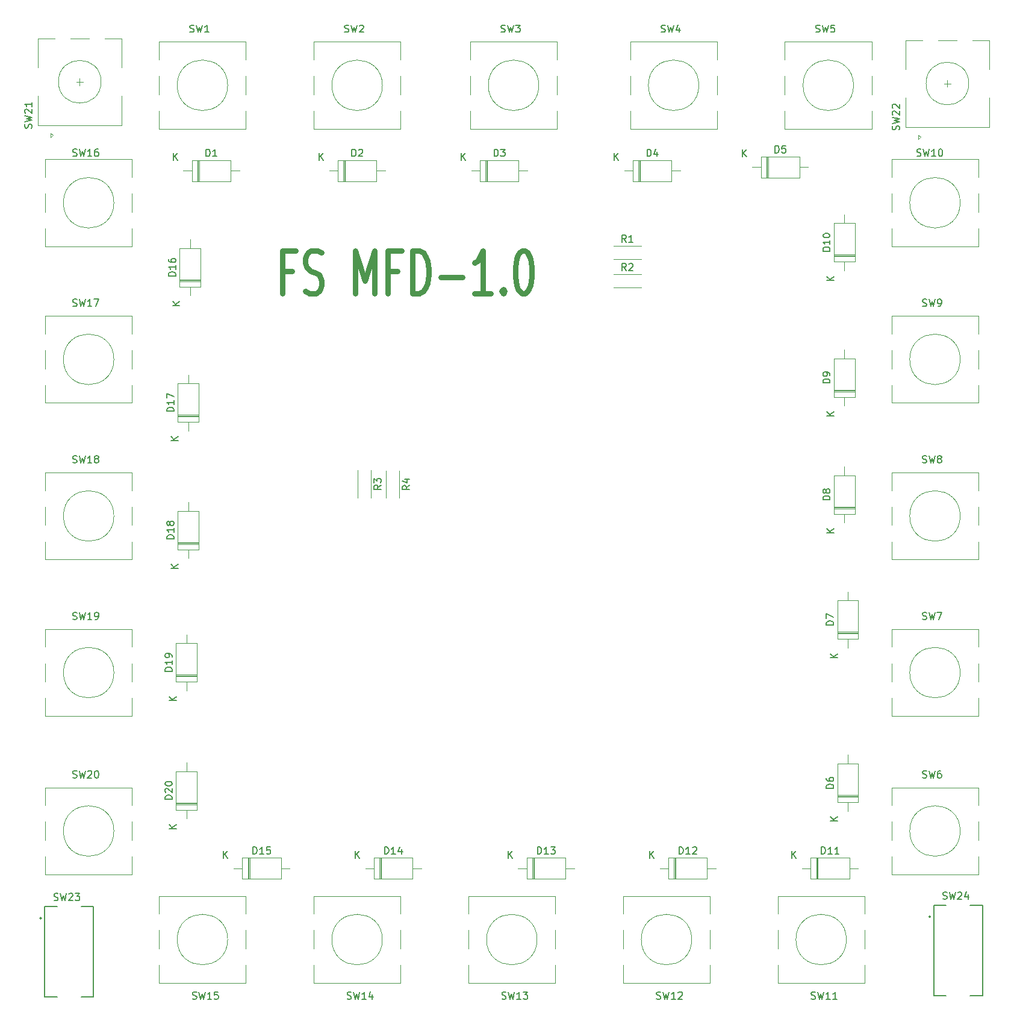
<source format=gto>
G04 #@! TF.GenerationSoftware,KiCad,Pcbnew,8.0.3*
G04 #@! TF.CreationDate,2024-07-18T12:32:46+02:00*
G04 #@! TF.ProjectId,MFD,4d46442e-6b69-4636-9164-5f7063625858,1.0*
G04 #@! TF.SameCoordinates,Original*
G04 #@! TF.FileFunction,Legend,Top*
G04 #@! TF.FilePolarity,Positive*
%FSLAX46Y46*%
G04 Gerber Fmt 4.6, Leading zero omitted, Abs format (unit mm)*
G04 Created by KiCad (PCBNEW 8.0.3) date 2024-07-18 12:32:46*
%MOMM*%
%LPD*%
G01*
G04 APERTURE LIST*
%ADD10C,0.800000*%
%ADD11C,0.150000*%
%ADD12C,0.120000*%
%ADD13C,0.127000*%
%ADD14C,0.200000*%
G04 APERTURE END LIST*
D10*
X78812029Y-55581257D02*
X77478695Y-55581257D01*
X77478695Y-58724114D02*
X77478695Y-52724114D01*
X77478695Y-52724114D02*
X79383457Y-52724114D01*
X80716790Y-58438400D02*
X81288219Y-58724114D01*
X81288219Y-58724114D02*
X82240600Y-58724114D01*
X82240600Y-58724114D02*
X82621552Y-58438400D01*
X82621552Y-58438400D02*
X82812028Y-58152685D01*
X82812028Y-58152685D02*
X83002505Y-57581257D01*
X83002505Y-57581257D02*
X83002505Y-57009828D01*
X83002505Y-57009828D02*
X82812028Y-56438400D01*
X82812028Y-56438400D02*
X82621552Y-56152685D01*
X82621552Y-56152685D02*
X82240600Y-55866971D01*
X82240600Y-55866971D02*
X81478695Y-55581257D01*
X81478695Y-55581257D02*
X81097743Y-55295542D01*
X81097743Y-55295542D02*
X80907266Y-55009828D01*
X80907266Y-55009828D02*
X80716790Y-54438400D01*
X80716790Y-54438400D02*
X80716790Y-53866971D01*
X80716790Y-53866971D02*
X80907266Y-53295542D01*
X80907266Y-53295542D02*
X81097743Y-53009828D01*
X81097743Y-53009828D02*
X81478695Y-52724114D01*
X81478695Y-52724114D02*
X82431076Y-52724114D01*
X82431076Y-52724114D02*
X83002505Y-53009828D01*
X87764409Y-58724114D02*
X87764409Y-52724114D01*
X87764409Y-52724114D02*
X89097743Y-57009828D01*
X89097743Y-57009828D02*
X90431076Y-52724114D01*
X90431076Y-52724114D02*
X90431076Y-58724114D01*
X93669172Y-55581257D02*
X92335838Y-55581257D01*
X92335838Y-58724114D02*
X92335838Y-52724114D01*
X92335838Y-52724114D02*
X94240600Y-52724114D01*
X95764409Y-58724114D02*
X95764409Y-52724114D01*
X95764409Y-52724114D02*
X96716790Y-52724114D01*
X96716790Y-52724114D02*
X97288219Y-53009828D01*
X97288219Y-53009828D02*
X97669171Y-53581257D01*
X97669171Y-53581257D02*
X97859648Y-54152685D01*
X97859648Y-54152685D02*
X98050124Y-55295542D01*
X98050124Y-55295542D02*
X98050124Y-56152685D01*
X98050124Y-56152685D02*
X97859648Y-57295542D01*
X97859648Y-57295542D02*
X97669171Y-57866971D01*
X97669171Y-57866971D02*
X97288219Y-58438400D01*
X97288219Y-58438400D02*
X96716790Y-58724114D01*
X96716790Y-58724114D02*
X95764409Y-58724114D01*
X99764409Y-56438400D02*
X102812029Y-56438400D01*
X106812029Y-58724114D02*
X104526314Y-58724114D01*
X105669171Y-58724114D02*
X105669171Y-52724114D01*
X105669171Y-52724114D02*
X105288219Y-53581257D01*
X105288219Y-53581257D02*
X104907267Y-54152685D01*
X104907267Y-54152685D02*
X104526314Y-54438400D01*
X108526314Y-58152685D02*
X108716791Y-58438400D01*
X108716791Y-58438400D02*
X108526314Y-58724114D01*
X108526314Y-58724114D02*
X108335838Y-58438400D01*
X108335838Y-58438400D02*
X108526314Y-58152685D01*
X108526314Y-58152685D02*
X108526314Y-58724114D01*
X111192981Y-52724114D02*
X111573934Y-52724114D01*
X111573934Y-52724114D02*
X111954886Y-53009828D01*
X111954886Y-53009828D02*
X112145362Y-53295542D01*
X112145362Y-53295542D02*
X112335838Y-53866971D01*
X112335838Y-53866971D02*
X112526315Y-55009828D01*
X112526315Y-55009828D02*
X112526315Y-56438400D01*
X112526315Y-56438400D02*
X112335838Y-57581257D01*
X112335838Y-57581257D02*
X112145362Y-58152685D01*
X112145362Y-58152685D02*
X111954886Y-58438400D01*
X111954886Y-58438400D02*
X111573934Y-58724114D01*
X111573934Y-58724114D02*
X111192981Y-58724114D01*
X111192981Y-58724114D02*
X110812029Y-58438400D01*
X110812029Y-58438400D02*
X110621553Y-58152685D01*
X110621553Y-58152685D02*
X110431076Y-57581257D01*
X110431076Y-57581257D02*
X110240600Y-56438400D01*
X110240600Y-56438400D02*
X110240600Y-55009828D01*
X110240600Y-55009828D02*
X110431076Y-53866971D01*
X110431076Y-53866971D02*
X110621553Y-53295542D01*
X110621553Y-53295542D02*
X110812029Y-53009828D01*
X110812029Y-53009828D02*
X111192981Y-52724114D01*
D11*
X154484819Y-87738094D02*
X153484819Y-87738094D01*
X153484819Y-87738094D02*
X153484819Y-87499999D01*
X153484819Y-87499999D02*
X153532438Y-87357142D01*
X153532438Y-87357142D02*
X153627676Y-87261904D01*
X153627676Y-87261904D02*
X153722914Y-87214285D01*
X153722914Y-87214285D02*
X153913390Y-87166666D01*
X153913390Y-87166666D02*
X154056247Y-87166666D01*
X154056247Y-87166666D02*
X154246723Y-87214285D01*
X154246723Y-87214285D02*
X154341961Y-87261904D01*
X154341961Y-87261904D02*
X154437200Y-87357142D01*
X154437200Y-87357142D02*
X154484819Y-87499999D01*
X154484819Y-87499999D02*
X154484819Y-87738094D01*
X153913390Y-86595237D02*
X153865771Y-86690475D01*
X153865771Y-86690475D02*
X153818152Y-86738094D01*
X153818152Y-86738094D02*
X153722914Y-86785713D01*
X153722914Y-86785713D02*
X153675295Y-86785713D01*
X153675295Y-86785713D02*
X153580057Y-86738094D01*
X153580057Y-86738094D02*
X153532438Y-86690475D01*
X153532438Y-86690475D02*
X153484819Y-86595237D01*
X153484819Y-86595237D02*
X153484819Y-86404761D01*
X153484819Y-86404761D02*
X153532438Y-86309523D01*
X153532438Y-86309523D02*
X153580057Y-86261904D01*
X153580057Y-86261904D02*
X153675295Y-86214285D01*
X153675295Y-86214285D02*
X153722914Y-86214285D01*
X153722914Y-86214285D02*
X153818152Y-86261904D01*
X153818152Y-86261904D02*
X153865771Y-86309523D01*
X153865771Y-86309523D02*
X153913390Y-86404761D01*
X153913390Y-86404761D02*
X153913390Y-86595237D01*
X153913390Y-86595237D02*
X153961009Y-86690475D01*
X153961009Y-86690475D02*
X154008628Y-86738094D01*
X154008628Y-86738094D02*
X154103866Y-86785713D01*
X154103866Y-86785713D02*
X154294342Y-86785713D01*
X154294342Y-86785713D02*
X154389580Y-86738094D01*
X154389580Y-86738094D02*
X154437200Y-86690475D01*
X154437200Y-86690475D02*
X154484819Y-86595237D01*
X154484819Y-86595237D02*
X154484819Y-86404761D01*
X154484819Y-86404761D02*
X154437200Y-86309523D01*
X154437200Y-86309523D02*
X154389580Y-86261904D01*
X154389580Y-86261904D02*
X154294342Y-86214285D01*
X154294342Y-86214285D02*
X154103866Y-86214285D01*
X154103866Y-86214285D02*
X154008628Y-86261904D01*
X154008628Y-86261904D02*
X153961009Y-86309523D01*
X153961009Y-86309523D02*
X153913390Y-86404761D01*
X155054819Y-92341904D02*
X154054819Y-92341904D01*
X155054819Y-91770476D02*
X154483390Y-92199047D01*
X154054819Y-91770476D02*
X154626247Y-92341904D01*
X61984819Y-111794285D02*
X60984819Y-111794285D01*
X60984819Y-111794285D02*
X60984819Y-111556190D01*
X60984819Y-111556190D02*
X61032438Y-111413333D01*
X61032438Y-111413333D02*
X61127676Y-111318095D01*
X61127676Y-111318095D02*
X61222914Y-111270476D01*
X61222914Y-111270476D02*
X61413390Y-111222857D01*
X61413390Y-111222857D02*
X61556247Y-111222857D01*
X61556247Y-111222857D02*
X61746723Y-111270476D01*
X61746723Y-111270476D02*
X61841961Y-111318095D01*
X61841961Y-111318095D02*
X61937200Y-111413333D01*
X61937200Y-111413333D02*
X61984819Y-111556190D01*
X61984819Y-111556190D02*
X61984819Y-111794285D01*
X61984819Y-110270476D02*
X61984819Y-110841904D01*
X61984819Y-110556190D02*
X60984819Y-110556190D01*
X60984819Y-110556190D02*
X61127676Y-110651428D01*
X61127676Y-110651428D02*
X61222914Y-110746666D01*
X61222914Y-110746666D02*
X61270533Y-110841904D01*
X61984819Y-109794285D02*
X61984819Y-109603809D01*
X61984819Y-109603809D02*
X61937200Y-109508571D01*
X61937200Y-109508571D02*
X61889580Y-109460952D01*
X61889580Y-109460952D02*
X61746723Y-109365714D01*
X61746723Y-109365714D02*
X61556247Y-109318095D01*
X61556247Y-109318095D02*
X61175295Y-109318095D01*
X61175295Y-109318095D02*
X61080057Y-109365714D01*
X61080057Y-109365714D02*
X61032438Y-109413333D01*
X61032438Y-109413333D02*
X60984819Y-109508571D01*
X60984819Y-109508571D02*
X60984819Y-109699047D01*
X60984819Y-109699047D02*
X61032438Y-109794285D01*
X61032438Y-109794285D02*
X61080057Y-109841904D01*
X61080057Y-109841904D02*
X61175295Y-109889523D01*
X61175295Y-109889523D02*
X61413390Y-109889523D01*
X61413390Y-109889523D02*
X61508628Y-109841904D01*
X61508628Y-109841904D02*
X61556247Y-109794285D01*
X61556247Y-109794285D02*
X61603866Y-109699047D01*
X61603866Y-109699047D02*
X61603866Y-109508571D01*
X61603866Y-109508571D02*
X61556247Y-109413333D01*
X61556247Y-109413333D02*
X61508628Y-109365714D01*
X61508628Y-109365714D02*
X61413390Y-109318095D01*
X62554819Y-115921904D02*
X61554819Y-115921904D01*
X62554819Y-115350476D02*
X61983390Y-115779047D01*
X61554819Y-115350476D02*
X62126247Y-115921904D01*
X108360476Y-157817200D02*
X108503333Y-157864819D01*
X108503333Y-157864819D02*
X108741428Y-157864819D01*
X108741428Y-157864819D02*
X108836666Y-157817200D01*
X108836666Y-157817200D02*
X108884285Y-157769580D01*
X108884285Y-157769580D02*
X108931904Y-157674342D01*
X108931904Y-157674342D02*
X108931904Y-157579104D01*
X108931904Y-157579104D02*
X108884285Y-157483866D01*
X108884285Y-157483866D02*
X108836666Y-157436247D01*
X108836666Y-157436247D02*
X108741428Y-157388628D01*
X108741428Y-157388628D02*
X108550952Y-157341009D01*
X108550952Y-157341009D02*
X108455714Y-157293390D01*
X108455714Y-157293390D02*
X108408095Y-157245771D01*
X108408095Y-157245771D02*
X108360476Y-157150533D01*
X108360476Y-157150533D02*
X108360476Y-157055295D01*
X108360476Y-157055295D02*
X108408095Y-156960057D01*
X108408095Y-156960057D02*
X108455714Y-156912438D01*
X108455714Y-156912438D02*
X108550952Y-156864819D01*
X108550952Y-156864819D02*
X108789047Y-156864819D01*
X108789047Y-156864819D02*
X108931904Y-156912438D01*
X109265238Y-156864819D02*
X109503333Y-157864819D01*
X109503333Y-157864819D02*
X109693809Y-157150533D01*
X109693809Y-157150533D02*
X109884285Y-157864819D01*
X109884285Y-157864819D02*
X110122381Y-156864819D01*
X111027142Y-157864819D02*
X110455714Y-157864819D01*
X110741428Y-157864819D02*
X110741428Y-156864819D01*
X110741428Y-156864819D02*
X110646190Y-157007676D01*
X110646190Y-157007676D02*
X110550952Y-157102914D01*
X110550952Y-157102914D02*
X110455714Y-157150533D01*
X111360476Y-156864819D02*
X111979523Y-156864819D01*
X111979523Y-156864819D02*
X111646190Y-157245771D01*
X111646190Y-157245771D02*
X111789047Y-157245771D01*
X111789047Y-157245771D02*
X111884285Y-157293390D01*
X111884285Y-157293390D02*
X111931904Y-157341009D01*
X111931904Y-157341009D02*
X111979523Y-157436247D01*
X111979523Y-157436247D02*
X111979523Y-157674342D01*
X111979523Y-157674342D02*
X111931904Y-157769580D01*
X111931904Y-157769580D02*
X111884285Y-157817200D01*
X111884285Y-157817200D02*
X111789047Y-157864819D01*
X111789047Y-157864819D02*
X111503333Y-157864819D01*
X111503333Y-157864819D02*
X111408095Y-157817200D01*
X111408095Y-157817200D02*
X111360476Y-157769580D01*
X167496667Y-126747200D02*
X167639524Y-126794819D01*
X167639524Y-126794819D02*
X167877619Y-126794819D01*
X167877619Y-126794819D02*
X167972857Y-126747200D01*
X167972857Y-126747200D02*
X168020476Y-126699580D01*
X168020476Y-126699580D02*
X168068095Y-126604342D01*
X168068095Y-126604342D02*
X168068095Y-126509104D01*
X168068095Y-126509104D02*
X168020476Y-126413866D01*
X168020476Y-126413866D02*
X167972857Y-126366247D01*
X167972857Y-126366247D02*
X167877619Y-126318628D01*
X167877619Y-126318628D02*
X167687143Y-126271009D01*
X167687143Y-126271009D02*
X167591905Y-126223390D01*
X167591905Y-126223390D02*
X167544286Y-126175771D01*
X167544286Y-126175771D02*
X167496667Y-126080533D01*
X167496667Y-126080533D02*
X167496667Y-125985295D01*
X167496667Y-125985295D02*
X167544286Y-125890057D01*
X167544286Y-125890057D02*
X167591905Y-125842438D01*
X167591905Y-125842438D02*
X167687143Y-125794819D01*
X167687143Y-125794819D02*
X167925238Y-125794819D01*
X167925238Y-125794819D02*
X168068095Y-125842438D01*
X168401429Y-125794819D02*
X168639524Y-126794819D01*
X168639524Y-126794819D02*
X168830000Y-126080533D01*
X168830000Y-126080533D02*
X169020476Y-126794819D01*
X169020476Y-126794819D02*
X169258572Y-125794819D01*
X170068095Y-125794819D02*
X169877619Y-125794819D01*
X169877619Y-125794819D02*
X169782381Y-125842438D01*
X169782381Y-125842438D02*
X169734762Y-125890057D01*
X169734762Y-125890057D02*
X169639524Y-126032914D01*
X169639524Y-126032914D02*
X169591905Y-126223390D01*
X169591905Y-126223390D02*
X169591905Y-126604342D01*
X169591905Y-126604342D02*
X169639524Y-126699580D01*
X169639524Y-126699580D02*
X169687143Y-126747200D01*
X169687143Y-126747200D02*
X169782381Y-126794819D01*
X169782381Y-126794819D02*
X169972857Y-126794819D01*
X169972857Y-126794819D02*
X170068095Y-126747200D01*
X170068095Y-126747200D02*
X170115714Y-126699580D01*
X170115714Y-126699580D02*
X170163333Y-126604342D01*
X170163333Y-126604342D02*
X170163333Y-126366247D01*
X170163333Y-126366247D02*
X170115714Y-126271009D01*
X170115714Y-126271009D02*
X170068095Y-126223390D01*
X170068095Y-126223390D02*
X169972857Y-126175771D01*
X169972857Y-126175771D02*
X169782381Y-126175771D01*
X169782381Y-126175771D02*
X169687143Y-126223390D01*
X169687143Y-126223390D02*
X169639524Y-126271009D01*
X169639524Y-126271009D02*
X169591905Y-126366247D01*
X91865714Y-137484819D02*
X91865714Y-136484819D01*
X91865714Y-136484819D02*
X92103809Y-136484819D01*
X92103809Y-136484819D02*
X92246666Y-136532438D01*
X92246666Y-136532438D02*
X92341904Y-136627676D01*
X92341904Y-136627676D02*
X92389523Y-136722914D01*
X92389523Y-136722914D02*
X92437142Y-136913390D01*
X92437142Y-136913390D02*
X92437142Y-137056247D01*
X92437142Y-137056247D02*
X92389523Y-137246723D01*
X92389523Y-137246723D02*
X92341904Y-137341961D01*
X92341904Y-137341961D02*
X92246666Y-137437200D01*
X92246666Y-137437200D02*
X92103809Y-137484819D01*
X92103809Y-137484819D02*
X91865714Y-137484819D01*
X93389523Y-137484819D02*
X92818095Y-137484819D01*
X93103809Y-137484819D02*
X93103809Y-136484819D01*
X93103809Y-136484819D02*
X93008571Y-136627676D01*
X93008571Y-136627676D02*
X92913333Y-136722914D01*
X92913333Y-136722914D02*
X92818095Y-136770533D01*
X94246666Y-136818152D02*
X94246666Y-137484819D01*
X94008571Y-136437200D02*
X93770476Y-137151485D01*
X93770476Y-137151485D02*
X94389523Y-137151485D01*
X87738095Y-138054819D02*
X87738095Y-137054819D01*
X88309523Y-138054819D02*
X87880952Y-137483390D01*
X88309523Y-137054819D02*
X87738095Y-137626247D01*
X167496667Y-82497200D02*
X167639524Y-82544819D01*
X167639524Y-82544819D02*
X167877619Y-82544819D01*
X167877619Y-82544819D02*
X167972857Y-82497200D01*
X167972857Y-82497200D02*
X168020476Y-82449580D01*
X168020476Y-82449580D02*
X168068095Y-82354342D01*
X168068095Y-82354342D02*
X168068095Y-82259104D01*
X168068095Y-82259104D02*
X168020476Y-82163866D01*
X168020476Y-82163866D02*
X167972857Y-82116247D01*
X167972857Y-82116247D02*
X167877619Y-82068628D01*
X167877619Y-82068628D02*
X167687143Y-82021009D01*
X167687143Y-82021009D02*
X167591905Y-81973390D01*
X167591905Y-81973390D02*
X167544286Y-81925771D01*
X167544286Y-81925771D02*
X167496667Y-81830533D01*
X167496667Y-81830533D02*
X167496667Y-81735295D01*
X167496667Y-81735295D02*
X167544286Y-81640057D01*
X167544286Y-81640057D02*
X167591905Y-81592438D01*
X167591905Y-81592438D02*
X167687143Y-81544819D01*
X167687143Y-81544819D02*
X167925238Y-81544819D01*
X167925238Y-81544819D02*
X168068095Y-81592438D01*
X168401429Y-81544819D02*
X168639524Y-82544819D01*
X168639524Y-82544819D02*
X168830000Y-81830533D01*
X168830000Y-81830533D02*
X169020476Y-82544819D01*
X169020476Y-82544819D02*
X169258572Y-81544819D01*
X169782381Y-81973390D02*
X169687143Y-81925771D01*
X169687143Y-81925771D02*
X169639524Y-81878152D01*
X169639524Y-81878152D02*
X169591905Y-81782914D01*
X169591905Y-81782914D02*
X169591905Y-81735295D01*
X169591905Y-81735295D02*
X169639524Y-81640057D01*
X169639524Y-81640057D02*
X169687143Y-81592438D01*
X169687143Y-81592438D02*
X169782381Y-81544819D01*
X169782381Y-81544819D02*
X169972857Y-81544819D01*
X169972857Y-81544819D02*
X170068095Y-81592438D01*
X170068095Y-81592438D02*
X170115714Y-81640057D01*
X170115714Y-81640057D02*
X170163333Y-81735295D01*
X170163333Y-81735295D02*
X170163333Y-81782914D01*
X170163333Y-81782914D02*
X170115714Y-81878152D01*
X170115714Y-81878152D02*
X170068095Y-81925771D01*
X170068095Y-81925771D02*
X169972857Y-81973390D01*
X169972857Y-81973390D02*
X169782381Y-81973390D01*
X169782381Y-81973390D02*
X169687143Y-82021009D01*
X169687143Y-82021009D02*
X169639524Y-82068628D01*
X169639524Y-82068628D02*
X169591905Y-82163866D01*
X169591905Y-82163866D02*
X169591905Y-82354342D01*
X169591905Y-82354342D02*
X169639524Y-82449580D01*
X169639524Y-82449580D02*
X169687143Y-82497200D01*
X169687143Y-82497200D02*
X169782381Y-82544819D01*
X169782381Y-82544819D02*
X169972857Y-82544819D01*
X169972857Y-82544819D02*
X170068095Y-82497200D01*
X170068095Y-82497200D02*
X170115714Y-82449580D01*
X170115714Y-82449580D02*
X170163333Y-82354342D01*
X170163333Y-82354342D02*
X170163333Y-82163866D01*
X170163333Y-82163866D02*
X170115714Y-82068628D01*
X170115714Y-82068628D02*
X170068095Y-82021009D01*
X170068095Y-82021009D02*
X169972857Y-81973390D01*
X91374819Y-85666666D02*
X90898628Y-85999999D01*
X91374819Y-86238094D02*
X90374819Y-86238094D01*
X90374819Y-86238094D02*
X90374819Y-85857142D01*
X90374819Y-85857142D02*
X90422438Y-85761904D01*
X90422438Y-85761904D02*
X90470057Y-85714285D01*
X90470057Y-85714285D02*
X90565295Y-85666666D01*
X90565295Y-85666666D02*
X90708152Y-85666666D01*
X90708152Y-85666666D02*
X90803390Y-85714285D01*
X90803390Y-85714285D02*
X90851009Y-85761904D01*
X90851009Y-85761904D02*
X90898628Y-85857142D01*
X90898628Y-85857142D02*
X90898628Y-86238094D01*
X90374819Y-85333332D02*
X90374819Y-84714285D01*
X90374819Y-84714285D02*
X90755771Y-85047618D01*
X90755771Y-85047618D02*
X90755771Y-84904761D01*
X90755771Y-84904761D02*
X90803390Y-84809523D01*
X90803390Y-84809523D02*
X90851009Y-84761904D01*
X90851009Y-84761904D02*
X90946247Y-84714285D01*
X90946247Y-84714285D02*
X91184342Y-84714285D01*
X91184342Y-84714285D02*
X91279580Y-84761904D01*
X91279580Y-84761904D02*
X91327200Y-84809523D01*
X91327200Y-84809523D02*
X91374819Y-84904761D01*
X91374819Y-84904761D02*
X91374819Y-85190475D01*
X91374819Y-85190475D02*
X91327200Y-85285713D01*
X91327200Y-85285713D02*
X91279580Y-85333332D01*
X152496667Y-21997200D02*
X152639524Y-22044819D01*
X152639524Y-22044819D02*
X152877619Y-22044819D01*
X152877619Y-22044819D02*
X152972857Y-21997200D01*
X152972857Y-21997200D02*
X153020476Y-21949580D01*
X153020476Y-21949580D02*
X153068095Y-21854342D01*
X153068095Y-21854342D02*
X153068095Y-21759104D01*
X153068095Y-21759104D02*
X153020476Y-21663866D01*
X153020476Y-21663866D02*
X152972857Y-21616247D01*
X152972857Y-21616247D02*
X152877619Y-21568628D01*
X152877619Y-21568628D02*
X152687143Y-21521009D01*
X152687143Y-21521009D02*
X152591905Y-21473390D01*
X152591905Y-21473390D02*
X152544286Y-21425771D01*
X152544286Y-21425771D02*
X152496667Y-21330533D01*
X152496667Y-21330533D02*
X152496667Y-21235295D01*
X152496667Y-21235295D02*
X152544286Y-21140057D01*
X152544286Y-21140057D02*
X152591905Y-21092438D01*
X152591905Y-21092438D02*
X152687143Y-21044819D01*
X152687143Y-21044819D02*
X152925238Y-21044819D01*
X152925238Y-21044819D02*
X153068095Y-21092438D01*
X153401429Y-21044819D02*
X153639524Y-22044819D01*
X153639524Y-22044819D02*
X153830000Y-21330533D01*
X153830000Y-21330533D02*
X154020476Y-22044819D01*
X154020476Y-22044819D02*
X154258572Y-21044819D01*
X155115714Y-21044819D02*
X154639524Y-21044819D01*
X154639524Y-21044819D02*
X154591905Y-21521009D01*
X154591905Y-21521009D02*
X154639524Y-21473390D01*
X154639524Y-21473390D02*
X154734762Y-21425771D01*
X154734762Y-21425771D02*
X154972857Y-21425771D01*
X154972857Y-21425771D02*
X155068095Y-21473390D01*
X155068095Y-21473390D02*
X155115714Y-21521009D01*
X155115714Y-21521009D02*
X155163333Y-21616247D01*
X155163333Y-21616247D02*
X155163333Y-21854342D01*
X155163333Y-21854342D02*
X155115714Y-21949580D01*
X155115714Y-21949580D02*
X155068095Y-21997200D01*
X155068095Y-21997200D02*
X154972857Y-22044819D01*
X154972857Y-22044819D02*
X154734762Y-22044819D01*
X154734762Y-22044819D02*
X154639524Y-21997200D01*
X154639524Y-21997200D02*
X154591905Y-21949580D01*
X166690476Y-39407200D02*
X166833333Y-39454819D01*
X166833333Y-39454819D02*
X167071428Y-39454819D01*
X167071428Y-39454819D02*
X167166666Y-39407200D01*
X167166666Y-39407200D02*
X167214285Y-39359580D01*
X167214285Y-39359580D02*
X167261904Y-39264342D01*
X167261904Y-39264342D02*
X167261904Y-39169104D01*
X167261904Y-39169104D02*
X167214285Y-39073866D01*
X167214285Y-39073866D02*
X167166666Y-39026247D01*
X167166666Y-39026247D02*
X167071428Y-38978628D01*
X167071428Y-38978628D02*
X166880952Y-38931009D01*
X166880952Y-38931009D02*
X166785714Y-38883390D01*
X166785714Y-38883390D02*
X166738095Y-38835771D01*
X166738095Y-38835771D02*
X166690476Y-38740533D01*
X166690476Y-38740533D02*
X166690476Y-38645295D01*
X166690476Y-38645295D02*
X166738095Y-38550057D01*
X166738095Y-38550057D02*
X166785714Y-38502438D01*
X166785714Y-38502438D02*
X166880952Y-38454819D01*
X166880952Y-38454819D02*
X167119047Y-38454819D01*
X167119047Y-38454819D02*
X167261904Y-38502438D01*
X167595238Y-38454819D02*
X167833333Y-39454819D01*
X167833333Y-39454819D02*
X168023809Y-38740533D01*
X168023809Y-38740533D02*
X168214285Y-39454819D01*
X168214285Y-39454819D02*
X168452381Y-38454819D01*
X169357142Y-39454819D02*
X168785714Y-39454819D01*
X169071428Y-39454819D02*
X169071428Y-38454819D01*
X169071428Y-38454819D02*
X168976190Y-38597676D01*
X168976190Y-38597676D02*
X168880952Y-38692914D01*
X168880952Y-38692914D02*
X168785714Y-38740533D01*
X169976190Y-38454819D02*
X170071428Y-38454819D01*
X170071428Y-38454819D02*
X170166666Y-38502438D01*
X170166666Y-38502438D02*
X170214285Y-38550057D01*
X170214285Y-38550057D02*
X170261904Y-38645295D01*
X170261904Y-38645295D02*
X170309523Y-38835771D01*
X170309523Y-38835771D02*
X170309523Y-39073866D01*
X170309523Y-39073866D02*
X170261904Y-39264342D01*
X170261904Y-39264342D02*
X170214285Y-39359580D01*
X170214285Y-39359580D02*
X170166666Y-39407200D01*
X170166666Y-39407200D02*
X170071428Y-39454819D01*
X170071428Y-39454819D02*
X169976190Y-39454819D01*
X169976190Y-39454819D02*
X169880952Y-39407200D01*
X169880952Y-39407200D02*
X169833333Y-39359580D01*
X169833333Y-39359580D02*
X169785714Y-39264342D01*
X169785714Y-39264342D02*
X169738095Y-39073866D01*
X169738095Y-39073866D02*
X169738095Y-38835771D01*
X169738095Y-38835771D02*
X169785714Y-38645295D01*
X169785714Y-38645295D02*
X169833333Y-38550057D01*
X169833333Y-38550057D02*
X169880952Y-38502438D01*
X169880952Y-38502438D02*
X169976190Y-38454819D01*
X86610476Y-157817200D02*
X86753333Y-157864819D01*
X86753333Y-157864819D02*
X86991428Y-157864819D01*
X86991428Y-157864819D02*
X87086666Y-157817200D01*
X87086666Y-157817200D02*
X87134285Y-157769580D01*
X87134285Y-157769580D02*
X87181904Y-157674342D01*
X87181904Y-157674342D02*
X87181904Y-157579104D01*
X87181904Y-157579104D02*
X87134285Y-157483866D01*
X87134285Y-157483866D02*
X87086666Y-157436247D01*
X87086666Y-157436247D02*
X86991428Y-157388628D01*
X86991428Y-157388628D02*
X86800952Y-157341009D01*
X86800952Y-157341009D02*
X86705714Y-157293390D01*
X86705714Y-157293390D02*
X86658095Y-157245771D01*
X86658095Y-157245771D02*
X86610476Y-157150533D01*
X86610476Y-157150533D02*
X86610476Y-157055295D01*
X86610476Y-157055295D02*
X86658095Y-156960057D01*
X86658095Y-156960057D02*
X86705714Y-156912438D01*
X86705714Y-156912438D02*
X86800952Y-156864819D01*
X86800952Y-156864819D02*
X87039047Y-156864819D01*
X87039047Y-156864819D02*
X87181904Y-156912438D01*
X87515238Y-156864819D02*
X87753333Y-157864819D01*
X87753333Y-157864819D02*
X87943809Y-157150533D01*
X87943809Y-157150533D02*
X88134285Y-157864819D01*
X88134285Y-157864819D02*
X88372381Y-156864819D01*
X89277142Y-157864819D02*
X88705714Y-157864819D01*
X88991428Y-157864819D02*
X88991428Y-156864819D01*
X88991428Y-156864819D02*
X88896190Y-157007676D01*
X88896190Y-157007676D02*
X88800952Y-157102914D01*
X88800952Y-157102914D02*
X88705714Y-157150533D01*
X90134285Y-157198152D02*
X90134285Y-157864819D01*
X89896190Y-156817200D02*
X89658095Y-157531485D01*
X89658095Y-157531485D02*
X90277142Y-157531485D01*
X48020476Y-39407200D02*
X48163333Y-39454819D01*
X48163333Y-39454819D02*
X48401428Y-39454819D01*
X48401428Y-39454819D02*
X48496666Y-39407200D01*
X48496666Y-39407200D02*
X48544285Y-39359580D01*
X48544285Y-39359580D02*
X48591904Y-39264342D01*
X48591904Y-39264342D02*
X48591904Y-39169104D01*
X48591904Y-39169104D02*
X48544285Y-39073866D01*
X48544285Y-39073866D02*
X48496666Y-39026247D01*
X48496666Y-39026247D02*
X48401428Y-38978628D01*
X48401428Y-38978628D02*
X48210952Y-38931009D01*
X48210952Y-38931009D02*
X48115714Y-38883390D01*
X48115714Y-38883390D02*
X48068095Y-38835771D01*
X48068095Y-38835771D02*
X48020476Y-38740533D01*
X48020476Y-38740533D02*
X48020476Y-38645295D01*
X48020476Y-38645295D02*
X48068095Y-38550057D01*
X48068095Y-38550057D02*
X48115714Y-38502438D01*
X48115714Y-38502438D02*
X48210952Y-38454819D01*
X48210952Y-38454819D02*
X48449047Y-38454819D01*
X48449047Y-38454819D02*
X48591904Y-38502438D01*
X48925238Y-38454819D02*
X49163333Y-39454819D01*
X49163333Y-39454819D02*
X49353809Y-38740533D01*
X49353809Y-38740533D02*
X49544285Y-39454819D01*
X49544285Y-39454819D02*
X49782381Y-38454819D01*
X50687142Y-39454819D02*
X50115714Y-39454819D01*
X50401428Y-39454819D02*
X50401428Y-38454819D01*
X50401428Y-38454819D02*
X50306190Y-38597676D01*
X50306190Y-38597676D02*
X50210952Y-38692914D01*
X50210952Y-38692914D02*
X50115714Y-38740533D01*
X51544285Y-38454819D02*
X51353809Y-38454819D01*
X51353809Y-38454819D02*
X51258571Y-38502438D01*
X51258571Y-38502438D02*
X51210952Y-38550057D01*
X51210952Y-38550057D02*
X51115714Y-38692914D01*
X51115714Y-38692914D02*
X51068095Y-38883390D01*
X51068095Y-38883390D02*
X51068095Y-39264342D01*
X51068095Y-39264342D02*
X51115714Y-39359580D01*
X51115714Y-39359580D02*
X51163333Y-39407200D01*
X51163333Y-39407200D02*
X51258571Y-39454819D01*
X51258571Y-39454819D02*
X51449047Y-39454819D01*
X51449047Y-39454819D02*
X51544285Y-39407200D01*
X51544285Y-39407200D02*
X51591904Y-39359580D01*
X51591904Y-39359580D02*
X51639523Y-39264342D01*
X51639523Y-39264342D02*
X51639523Y-39026247D01*
X51639523Y-39026247D02*
X51591904Y-38931009D01*
X51591904Y-38931009D02*
X51544285Y-38883390D01*
X51544285Y-38883390D02*
X51449047Y-38835771D01*
X51449047Y-38835771D02*
X51258571Y-38835771D01*
X51258571Y-38835771D02*
X51163333Y-38883390D01*
X51163333Y-38883390D02*
X51115714Y-38931009D01*
X51115714Y-38931009D02*
X51068095Y-39026247D01*
X153285714Y-137484819D02*
X153285714Y-136484819D01*
X153285714Y-136484819D02*
X153523809Y-136484819D01*
X153523809Y-136484819D02*
X153666666Y-136532438D01*
X153666666Y-136532438D02*
X153761904Y-136627676D01*
X153761904Y-136627676D02*
X153809523Y-136722914D01*
X153809523Y-136722914D02*
X153857142Y-136913390D01*
X153857142Y-136913390D02*
X153857142Y-137056247D01*
X153857142Y-137056247D02*
X153809523Y-137246723D01*
X153809523Y-137246723D02*
X153761904Y-137341961D01*
X153761904Y-137341961D02*
X153666666Y-137437200D01*
X153666666Y-137437200D02*
X153523809Y-137484819D01*
X153523809Y-137484819D02*
X153285714Y-137484819D01*
X154809523Y-137484819D02*
X154238095Y-137484819D01*
X154523809Y-137484819D02*
X154523809Y-136484819D01*
X154523809Y-136484819D02*
X154428571Y-136627676D01*
X154428571Y-136627676D02*
X154333333Y-136722914D01*
X154333333Y-136722914D02*
X154238095Y-136770533D01*
X155761904Y-137484819D02*
X155190476Y-137484819D01*
X155476190Y-137484819D02*
X155476190Y-136484819D01*
X155476190Y-136484819D02*
X155380952Y-136627676D01*
X155380952Y-136627676D02*
X155285714Y-136722914D01*
X155285714Y-136722914D02*
X155190476Y-136770533D01*
X149158095Y-138054819D02*
X149158095Y-137054819D01*
X149729523Y-138054819D02*
X149300952Y-137483390D01*
X149729523Y-137054819D02*
X149158095Y-137626247D01*
X125833333Y-55534819D02*
X125500000Y-55058628D01*
X125261905Y-55534819D02*
X125261905Y-54534819D01*
X125261905Y-54534819D02*
X125642857Y-54534819D01*
X125642857Y-54534819D02*
X125738095Y-54582438D01*
X125738095Y-54582438D02*
X125785714Y-54630057D01*
X125785714Y-54630057D02*
X125833333Y-54725295D01*
X125833333Y-54725295D02*
X125833333Y-54868152D01*
X125833333Y-54868152D02*
X125785714Y-54963390D01*
X125785714Y-54963390D02*
X125738095Y-55011009D01*
X125738095Y-55011009D02*
X125642857Y-55058628D01*
X125642857Y-55058628D02*
X125261905Y-55058628D01*
X126214286Y-54630057D02*
X126261905Y-54582438D01*
X126261905Y-54582438D02*
X126357143Y-54534819D01*
X126357143Y-54534819D02*
X126595238Y-54534819D01*
X126595238Y-54534819D02*
X126690476Y-54582438D01*
X126690476Y-54582438D02*
X126738095Y-54630057D01*
X126738095Y-54630057D02*
X126785714Y-54725295D01*
X126785714Y-54725295D02*
X126785714Y-54820533D01*
X126785714Y-54820533D02*
X126738095Y-54963390D01*
X126738095Y-54963390D02*
X126166667Y-55534819D01*
X126166667Y-55534819D02*
X126785714Y-55534819D01*
X167496667Y-104497200D02*
X167639524Y-104544819D01*
X167639524Y-104544819D02*
X167877619Y-104544819D01*
X167877619Y-104544819D02*
X167972857Y-104497200D01*
X167972857Y-104497200D02*
X168020476Y-104449580D01*
X168020476Y-104449580D02*
X168068095Y-104354342D01*
X168068095Y-104354342D02*
X168068095Y-104259104D01*
X168068095Y-104259104D02*
X168020476Y-104163866D01*
X168020476Y-104163866D02*
X167972857Y-104116247D01*
X167972857Y-104116247D02*
X167877619Y-104068628D01*
X167877619Y-104068628D02*
X167687143Y-104021009D01*
X167687143Y-104021009D02*
X167591905Y-103973390D01*
X167591905Y-103973390D02*
X167544286Y-103925771D01*
X167544286Y-103925771D02*
X167496667Y-103830533D01*
X167496667Y-103830533D02*
X167496667Y-103735295D01*
X167496667Y-103735295D02*
X167544286Y-103640057D01*
X167544286Y-103640057D02*
X167591905Y-103592438D01*
X167591905Y-103592438D02*
X167687143Y-103544819D01*
X167687143Y-103544819D02*
X167925238Y-103544819D01*
X167925238Y-103544819D02*
X168068095Y-103592438D01*
X168401429Y-103544819D02*
X168639524Y-104544819D01*
X168639524Y-104544819D02*
X168830000Y-103830533D01*
X168830000Y-103830533D02*
X169020476Y-104544819D01*
X169020476Y-104544819D02*
X169258572Y-103544819D01*
X169544286Y-103544819D02*
X170210952Y-103544819D01*
X170210952Y-103544819D02*
X169782381Y-104544819D01*
X154484819Y-52794285D02*
X153484819Y-52794285D01*
X153484819Y-52794285D02*
X153484819Y-52556190D01*
X153484819Y-52556190D02*
X153532438Y-52413333D01*
X153532438Y-52413333D02*
X153627676Y-52318095D01*
X153627676Y-52318095D02*
X153722914Y-52270476D01*
X153722914Y-52270476D02*
X153913390Y-52222857D01*
X153913390Y-52222857D02*
X154056247Y-52222857D01*
X154056247Y-52222857D02*
X154246723Y-52270476D01*
X154246723Y-52270476D02*
X154341961Y-52318095D01*
X154341961Y-52318095D02*
X154437200Y-52413333D01*
X154437200Y-52413333D02*
X154484819Y-52556190D01*
X154484819Y-52556190D02*
X154484819Y-52794285D01*
X154484819Y-51270476D02*
X154484819Y-51841904D01*
X154484819Y-51556190D02*
X153484819Y-51556190D01*
X153484819Y-51556190D02*
X153627676Y-51651428D01*
X153627676Y-51651428D02*
X153722914Y-51746666D01*
X153722914Y-51746666D02*
X153770533Y-51841904D01*
X153484819Y-50651428D02*
X153484819Y-50556190D01*
X153484819Y-50556190D02*
X153532438Y-50460952D01*
X153532438Y-50460952D02*
X153580057Y-50413333D01*
X153580057Y-50413333D02*
X153675295Y-50365714D01*
X153675295Y-50365714D02*
X153865771Y-50318095D01*
X153865771Y-50318095D02*
X154103866Y-50318095D01*
X154103866Y-50318095D02*
X154294342Y-50365714D01*
X154294342Y-50365714D02*
X154389580Y-50413333D01*
X154389580Y-50413333D02*
X154437200Y-50460952D01*
X154437200Y-50460952D02*
X154484819Y-50556190D01*
X154484819Y-50556190D02*
X154484819Y-50651428D01*
X154484819Y-50651428D02*
X154437200Y-50746666D01*
X154437200Y-50746666D02*
X154389580Y-50794285D01*
X154389580Y-50794285D02*
X154294342Y-50841904D01*
X154294342Y-50841904D02*
X154103866Y-50889523D01*
X154103866Y-50889523D02*
X153865771Y-50889523D01*
X153865771Y-50889523D02*
X153675295Y-50841904D01*
X153675295Y-50841904D02*
X153580057Y-50794285D01*
X153580057Y-50794285D02*
X153532438Y-50746666D01*
X153532438Y-50746666D02*
X153484819Y-50651428D01*
X155054819Y-56921904D02*
X154054819Y-56921904D01*
X155054819Y-56350476D02*
X154483390Y-56779047D01*
X154054819Y-56350476D02*
X154626247Y-56921904D01*
X73365714Y-137484819D02*
X73365714Y-136484819D01*
X73365714Y-136484819D02*
X73603809Y-136484819D01*
X73603809Y-136484819D02*
X73746666Y-136532438D01*
X73746666Y-136532438D02*
X73841904Y-136627676D01*
X73841904Y-136627676D02*
X73889523Y-136722914D01*
X73889523Y-136722914D02*
X73937142Y-136913390D01*
X73937142Y-136913390D02*
X73937142Y-137056247D01*
X73937142Y-137056247D02*
X73889523Y-137246723D01*
X73889523Y-137246723D02*
X73841904Y-137341961D01*
X73841904Y-137341961D02*
X73746666Y-137437200D01*
X73746666Y-137437200D02*
X73603809Y-137484819D01*
X73603809Y-137484819D02*
X73365714Y-137484819D01*
X74889523Y-137484819D02*
X74318095Y-137484819D01*
X74603809Y-137484819D02*
X74603809Y-136484819D01*
X74603809Y-136484819D02*
X74508571Y-136627676D01*
X74508571Y-136627676D02*
X74413333Y-136722914D01*
X74413333Y-136722914D02*
X74318095Y-136770533D01*
X75794285Y-136484819D02*
X75318095Y-136484819D01*
X75318095Y-136484819D02*
X75270476Y-136961009D01*
X75270476Y-136961009D02*
X75318095Y-136913390D01*
X75318095Y-136913390D02*
X75413333Y-136865771D01*
X75413333Y-136865771D02*
X75651428Y-136865771D01*
X75651428Y-136865771D02*
X75746666Y-136913390D01*
X75746666Y-136913390D02*
X75794285Y-136961009D01*
X75794285Y-136961009D02*
X75841904Y-137056247D01*
X75841904Y-137056247D02*
X75841904Y-137294342D01*
X75841904Y-137294342D02*
X75794285Y-137389580D01*
X75794285Y-137389580D02*
X75746666Y-137437200D01*
X75746666Y-137437200D02*
X75651428Y-137484819D01*
X75651428Y-137484819D02*
X75413333Y-137484819D01*
X75413333Y-137484819D02*
X75318095Y-137437200D01*
X75318095Y-137437200D02*
X75270476Y-137389580D01*
X69238095Y-138054819D02*
X69238095Y-137054819D01*
X69809523Y-138054819D02*
X69380952Y-137483390D01*
X69809523Y-137054819D02*
X69238095Y-137626247D01*
X154984819Y-128238094D02*
X153984819Y-128238094D01*
X153984819Y-128238094D02*
X153984819Y-127999999D01*
X153984819Y-127999999D02*
X154032438Y-127857142D01*
X154032438Y-127857142D02*
X154127676Y-127761904D01*
X154127676Y-127761904D02*
X154222914Y-127714285D01*
X154222914Y-127714285D02*
X154413390Y-127666666D01*
X154413390Y-127666666D02*
X154556247Y-127666666D01*
X154556247Y-127666666D02*
X154746723Y-127714285D01*
X154746723Y-127714285D02*
X154841961Y-127761904D01*
X154841961Y-127761904D02*
X154937200Y-127857142D01*
X154937200Y-127857142D02*
X154984819Y-127999999D01*
X154984819Y-127999999D02*
X154984819Y-128238094D01*
X153984819Y-126809523D02*
X153984819Y-126999999D01*
X153984819Y-126999999D02*
X154032438Y-127095237D01*
X154032438Y-127095237D02*
X154080057Y-127142856D01*
X154080057Y-127142856D02*
X154222914Y-127238094D01*
X154222914Y-127238094D02*
X154413390Y-127285713D01*
X154413390Y-127285713D02*
X154794342Y-127285713D01*
X154794342Y-127285713D02*
X154889580Y-127238094D01*
X154889580Y-127238094D02*
X154937200Y-127190475D01*
X154937200Y-127190475D02*
X154984819Y-127095237D01*
X154984819Y-127095237D02*
X154984819Y-126904761D01*
X154984819Y-126904761D02*
X154937200Y-126809523D01*
X154937200Y-126809523D02*
X154889580Y-126761904D01*
X154889580Y-126761904D02*
X154794342Y-126714285D01*
X154794342Y-126714285D02*
X154556247Y-126714285D01*
X154556247Y-126714285D02*
X154461009Y-126761904D01*
X154461009Y-126761904D02*
X154413390Y-126809523D01*
X154413390Y-126809523D02*
X154365771Y-126904761D01*
X154365771Y-126904761D02*
X154365771Y-127095237D01*
X154365771Y-127095237D02*
X154413390Y-127190475D01*
X154413390Y-127190475D02*
X154461009Y-127238094D01*
X154461009Y-127238094D02*
X154556247Y-127285713D01*
X155554819Y-132841904D02*
X154554819Y-132841904D01*
X155554819Y-132270476D02*
X154983390Y-132699047D01*
X154554819Y-132270476D02*
X155126247Y-132841904D01*
X167496667Y-60497200D02*
X167639524Y-60544819D01*
X167639524Y-60544819D02*
X167877619Y-60544819D01*
X167877619Y-60544819D02*
X167972857Y-60497200D01*
X167972857Y-60497200D02*
X168020476Y-60449580D01*
X168020476Y-60449580D02*
X168068095Y-60354342D01*
X168068095Y-60354342D02*
X168068095Y-60259104D01*
X168068095Y-60259104D02*
X168020476Y-60163866D01*
X168020476Y-60163866D02*
X167972857Y-60116247D01*
X167972857Y-60116247D02*
X167877619Y-60068628D01*
X167877619Y-60068628D02*
X167687143Y-60021009D01*
X167687143Y-60021009D02*
X167591905Y-59973390D01*
X167591905Y-59973390D02*
X167544286Y-59925771D01*
X167544286Y-59925771D02*
X167496667Y-59830533D01*
X167496667Y-59830533D02*
X167496667Y-59735295D01*
X167496667Y-59735295D02*
X167544286Y-59640057D01*
X167544286Y-59640057D02*
X167591905Y-59592438D01*
X167591905Y-59592438D02*
X167687143Y-59544819D01*
X167687143Y-59544819D02*
X167925238Y-59544819D01*
X167925238Y-59544819D02*
X168068095Y-59592438D01*
X168401429Y-59544819D02*
X168639524Y-60544819D01*
X168639524Y-60544819D02*
X168830000Y-59830533D01*
X168830000Y-59830533D02*
X169020476Y-60544819D01*
X169020476Y-60544819D02*
X169258572Y-59544819D01*
X169687143Y-60544819D02*
X169877619Y-60544819D01*
X169877619Y-60544819D02*
X169972857Y-60497200D01*
X169972857Y-60497200D02*
X170020476Y-60449580D01*
X170020476Y-60449580D02*
X170115714Y-60306723D01*
X170115714Y-60306723D02*
X170163333Y-60116247D01*
X170163333Y-60116247D02*
X170163333Y-59735295D01*
X170163333Y-59735295D02*
X170115714Y-59640057D01*
X170115714Y-59640057D02*
X170068095Y-59592438D01*
X170068095Y-59592438D02*
X169972857Y-59544819D01*
X169972857Y-59544819D02*
X169782381Y-59544819D01*
X169782381Y-59544819D02*
X169687143Y-59592438D01*
X169687143Y-59592438D02*
X169639524Y-59640057D01*
X169639524Y-59640057D02*
X169591905Y-59735295D01*
X169591905Y-59735295D02*
X169591905Y-59973390D01*
X169591905Y-59973390D02*
X169639524Y-60068628D01*
X169639524Y-60068628D02*
X169687143Y-60116247D01*
X169687143Y-60116247D02*
X169782381Y-60163866D01*
X169782381Y-60163866D02*
X169972857Y-60163866D01*
X169972857Y-60163866D02*
X170068095Y-60116247D01*
X170068095Y-60116247D02*
X170115714Y-60068628D01*
X170115714Y-60068628D02*
X170163333Y-59973390D01*
X42207200Y-35509523D02*
X42254819Y-35366666D01*
X42254819Y-35366666D02*
X42254819Y-35128571D01*
X42254819Y-35128571D02*
X42207200Y-35033333D01*
X42207200Y-35033333D02*
X42159580Y-34985714D01*
X42159580Y-34985714D02*
X42064342Y-34938095D01*
X42064342Y-34938095D02*
X41969104Y-34938095D01*
X41969104Y-34938095D02*
X41873866Y-34985714D01*
X41873866Y-34985714D02*
X41826247Y-35033333D01*
X41826247Y-35033333D02*
X41778628Y-35128571D01*
X41778628Y-35128571D02*
X41731009Y-35319047D01*
X41731009Y-35319047D02*
X41683390Y-35414285D01*
X41683390Y-35414285D02*
X41635771Y-35461904D01*
X41635771Y-35461904D02*
X41540533Y-35509523D01*
X41540533Y-35509523D02*
X41445295Y-35509523D01*
X41445295Y-35509523D02*
X41350057Y-35461904D01*
X41350057Y-35461904D02*
X41302438Y-35414285D01*
X41302438Y-35414285D02*
X41254819Y-35319047D01*
X41254819Y-35319047D02*
X41254819Y-35080952D01*
X41254819Y-35080952D02*
X41302438Y-34938095D01*
X41254819Y-34604761D02*
X42254819Y-34366666D01*
X42254819Y-34366666D02*
X41540533Y-34176190D01*
X41540533Y-34176190D02*
X42254819Y-33985714D01*
X42254819Y-33985714D02*
X41254819Y-33747619D01*
X41350057Y-33414285D02*
X41302438Y-33366666D01*
X41302438Y-33366666D02*
X41254819Y-33271428D01*
X41254819Y-33271428D02*
X41254819Y-33033333D01*
X41254819Y-33033333D02*
X41302438Y-32938095D01*
X41302438Y-32938095D02*
X41350057Y-32890476D01*
X41350057Y-32890476D02*
X41445295Y-32842857D01*
X41445295Y-32842857D02*
X41540533Y-32842857D01*
X41540533Y-32842857D02*
X41683390Y-32890476D01*
X41683390Y-32890476D02*
X42254819Y-33461904D01*
X42254819Y-33461904D02*
X42254819Y-32842857D01*
X42254819Y-31890476D02*
X42254819Y-32461904D01*
X42254819Y-32176190D02*
X41254819Y-32176190D01*
X41254819Y-32176190D02*
X41397676Y-32271428D01*
X41397676Y-32271428D02*
X41492914Y-32366666D01*
X41492914Y-32366666D02*
X41540533Y-32461904D01*
X113365714Y-137484819D02*
X113365714Y-136484819D01*
X113365714Y-136484819D02*
X113603809Y-136484819D01*
X113603809Y-136484819D02*
X113746666Y-136532438D01*
X113746666Y-136532438D02*
X113841904Y-136627676D01*
X113841904Y-136627676D02*
X113889523Y-136722914D01*
X113889523Y-136722914D02*
X113937142Y-136913390D01*
X113937142Y-136913390D02*
X113937142Y-137056247D01*
X113937142Y-137056247D02*
X113889523Y-137246723D01*
X113889523Y-137246723D02*
X113841904Y-137341961D01*
X113841904Y-137341961D02*
X113746666Y-137437200D01*
X113746666Y-137437200D02*
X113603809Y-137484819D01*
X113603809Y-137484819D02*
X113365714Y-137484819D01*
X114889523Y-137484819D02*
X114318095Y-137484819D01*
X114603809Y-137484819D02*
X114603809Y-136484819D01*
X114603809Y-136484819D02*
X114508571Y-136627676D01*
X114508571Y-136627676D02*
X114413333Y-136722914D01*
X114413333Y-136722914D02*
X114318095Y-136770533D01*
X115222857Y-136484819D02*
X115841904Y-136484819D01*
X115841904Y-136484819D02*
X115508571Y-136865771D01*
X115508571Y-136865771D02*
X115651428Y-136865771D01*
X115651428Y-136865771D02*
X115746666Y-136913390D01*
X115746666Y-136913390D02*
X115794285Y-136961009D01*
X115794285Y-136961009D02*
X115841904Y-137056247D01*
X115841904Y-137056247D02*
X115841904Y-137294342D01*
X115841904Y-137294342D02*
X115794285Y-137389580D01*
X115794285Y-137389580D02*
X115746666Y-137437200D01*
X115746666Y-137437200D02*
X115651428Y-137484819D01*
X115651428Y-137484819D02*
X115365714Y-137484819D01*
X115365714Y-137484819D02*
X115270476Y-137437200D01*
X115270476Y-137437200D02*
X115222857Y-137389580D01*
X109238095Y-138054819D02*
X109238095Y-137054819D01*
X109809523Y-138054819D02*
X109380952Y-137483390D01*
X109809523Y-137054819D02*
X109238095Y-137626247D01*
X95374819Y-85706666D02*
X94898628Y-86039999D01*
X95374819Y-86278094D02*
X94374819Y-86278094D01*
X94374819Y-86278094D02*
X94374819Y-85897142D01*
X94374819Y-85897142D02*
X94422438Y-85801904D01*
X94422438Y-85801904D02*
X94470057Y-85754285D01*
X94470057Y-85754285D02*
X94565295Y-85706666D01*
X94565295Y-85706666D02*
X94708152Y-85706666D01*
X94708152Y-85706666D02*
X94803390Y-85754285D01*
X94803390Y-85754285D02*
X94851009Y-85801904D01*
X94851009Y-85801904D02*
X94898628Y-85897142D01*
X94898628Y-85897142D02*
X94898628Y-86278094D01*
X94708152Y-84849523D02*
X95374819Y-84849523D01*
X94327200Y-85087618D02*
X95041485Y-85325713D01*
X95041485Y-85325713D02*
X95041485Y-84706666D01*
X107261905Y-39484819D02*
X107261905Y-38484819D01*
X107261905Y-38484819D02*
X107500000Y-38484819D01*
X107500000Y-38484819D02*
X107642857Y-38532438D01*
X107642857Y-38532438D02*
X107738095Y-38627676D01*
X107738095Y-38627676D02*
X107785714Y-38722914D01*
X107785714Y-38722914D02*
X107833333Y-38913390D01*
X107833333Y-38913390D02*
X107833333Y-39056247D01*
X107833333Y-39056247D02*
X107785714Y-39246723D01*
X107785714Y-39246723D02*
X107738095Y-39341961D01*
X107738095Y-39341961D02*
X107642857Y-39437200D01*
X107642857Y-39437200D02*
X107500000Y-39484819D01*
X107500000Y-39484819D02*
X107261905Y-39484819D01*
X108166667Y-38484819D02*
X108785714Y-38484819D01*
X108785714Y-38484819D02*
X108452381Y-38865771D01*
X108452381Y-38865771D02*
X108595238Y-38865771D01*
X108595238Y-38865771D02*
X108690476Y-38913390D01*
X108690476Y-38913390D02*
X108738095Y-38961009D01*
X108738095Y-38961009D02*
X108785714Y-39056247D01*
X108785714Y-39056247D02*
X108785714Y-39294342D01*
X108785714Y-39294342D02*
X108738095Y-39389580D01*
X108738095Y-39389580D02*
X108690476Y-39437200D01*
X108690476Y-39437200D02*
X108595238Y-39484819D01*
X108595238Y-39484819D02*
X108309524Y-39484819D01*
X108309524Y-39484819D02*
X108214286Y-39437200D01*
X108214286Y-39437200D02*
X108166667Y-39389580D01*
X102658095Y-40054819D02*
X102658095Y-39054819D01*
X103229523Y-40054819D02*
X102800952Y-39483390D01*
X103229523Y-39054819D02*
X102658095Y-39626247D01*
X66761905Y-39484819D02*
X66761905Y-38484819D01*
X66761905Y-38484819D02*
X67000000Y-38484819D01*
X67000000Y-38484819D02*
X67142857Y-38532438D01*
X67142857Y-38532438D02*
X67238095Y-38627676D01*
X67238095Y-38627676D02*
X67285714Y-38722914D01*
X67285714Y-38722914D02*
X67333333Y-38913390D01*
X67333333Y-38913390D02*
X67333333Y-39056247D01*
X67333333Y-39056247D02*
X67285714Y-39246723D01*
X67285714Y-39246723D02*
X67238095Y-39341961D01*
X67238095Y-39341961D02*
X67142857Y-39437200D01*
X67142857Y-39437200D02*
X67000000Y-39484819D01*
X67000000Y-39484819D02*
X66761905Y-39484819D01*
X68285714Y-39484819D02*
X67714286Y-39484819D01*
X68000000Y-39484819D02*
X68000000Y-38484819D01*
X68000000Y-38484819D02*
X67904762Y-38627676D01*
X67904762Y-38627676D02*
X67809524Y-38722914D01*
X67809524Y-38722914D02*
X67714286Y-38770533D01*
X62158095Y-40054819D02*
X62158095Y-39054819D01*
X62729523Y-40054819D02*
X62300952Y-39483390D01*
X62729523Y-39054819D02*
X62158095Y-39626247D01*
X48020476Y-60497200D02*
X48163333Y-60544819D01*
X48163333Y-60544819D02*
X48401428Y-60544819D01*
X48401428Y-60544819D02*
X48496666Y-60497200D01*
X48496666Y-60497200D02*
X48544285Y-60449580D01*
X48544285Y-60449580D02*
X48591904Y-60354342D01*
X48591904Y-60354342D02*
X48591904Y-60259104D01*
X48591904Y-60259104D02*
X48544285Y-60163866D01*
X48544285Y-60163866D02*
X48496666Y-60116247D01*
X48496666Y-60116247D02*
X48401428Y-60068628D01*
X48401428Y-60068628D02*
X48210952Y-60021009D01*
X48210952Y-60021009D02*
X48115714Y-59973390D01*
X48115714Y-59973390D02*
X48068095Y-59925771D01*
X48068095Y-59925771D02*
X48020476Y-59830533D01*
X48020476Y-59830533D02*
X48020476Y-59735295D01*
X48020476Y-59735295D02*
X48068095Y-59640057D01*
X48068095Y-59640057D02*
X48115714Y-59592438D01*
X48115714Y-59592438D02*
X48210952Y-59544819D01*
X48210952Y-59544819D02*
X48449047Y-59544819D01*
X48449047Y-59544819D02*
X48591904Y-59592438D01*
X48925238Y-59544819D02*
X49163333Y-60544819D01*
X49163333Y-60544819D02*
X49353809Y-59830533D01*
X49353809Y-59830533D02*
X49544285Y-60544819D01*
X49544285Y-60544819D02*
X49782381Y-59544819D01*
X50687142Y-60544819D02*
X50115714Y-60544819D01*
X50401428Y-60544819D02*
X50401428Y-59544819D01*
X50401428Y-59544819D02*
X50306190Y-59687676D01*
X50306190Y-59687676D02*
X50210952Y-59782914D01*
X50210952Y-59782914D02*
X50115714Y-59830533D01*
X51020476Y-59544819D02*
X51687142Y-59544819D01*
X51687142Y-59544819D02*
X51258571Y-60544819D01*
X170365476Y-143772200D02*
X170508333Y-143819819D01*
X170508333Y-143819819D02*
X170746428Y-143819819D01*
X170746428Y-143819819D02*
X170841666Y-143772200D01*
X170841666Y-143772200D02*
X170889285Y-143724580D01*
X170889285Y-143724580D02*
X170936904Y-143629342D01*
X170936904Y-143629342D02*
X170936904Y-143534104D01*
X170936904Y-143534104D02*
X170889285Y-143438866D01*
X170889285Y-143438866D02*
X170841666Y-143391247D01*
X170841666Y-143391247D02*
X170746428Y-143343628D01*
X170746428Y-143343628D02*
X170555952Y-143296009D01*
X170555952Y-143296009D02*
X170460714Y-143248390D01*
X170460714Y-143248390D02*
X170413095Y-143200771D01*
X170413095Y-143200771D02*
X170365476Y-143105533D01*
X170365476Y-143105533D02*
X170365476Y-143010295D01*
X170365476Y-143010295D02*
X170413095Y-142915057D01*
X170413095Y-142915057D02*
X170460714Y-142867438D01*
X170460714Y-142867438D02*
X170555952Y-142819819D01*
X170555952Y-142819819D02*
X170794047Y-142819819D01*
X170794047Y-142819819D02*
X170936904Y-142867438D01*
X171270238Y-142819819D02*
X171508333Y-143819819D01*
X171508333Y-143819819D02*
X171698809Y-143105533D01*
X171698809Y-143105533D02*
X171889285Y-143819819D01*
X171889285Y-143819819D02*
X172127381Y-142819819D01*
X172460714Y-142915057D02*
X172508333Y-142867438D01*
X172508333Y-142867438D02*
X172603571Y-142819819D01*
X172603571Y-142819819D02*
X172841666Y-142819819D01*
X172841666Y-142819819D02*
X172936904Y-142867438D01*
X172936904Y-142867438D02*
X172984523Y-142915057D01*
X172984523Y-142915057D02*
X173032142Y-143010295D01*
X173032142Y-143010295D02*
X173032142Y-143105533D01*
X173032142Y-143105533D02*
X172984523Y-143248390D01*
X172984523Y-143248390D02*
X172413095Y-143819819D01*
X172413095Y-143819819D02*
X173032142Y-143819819D01*
X173889285Y-143153152D02*
X173889285Y-143819819D01*
X173651190Y-142772200D02*
X173413095Y-143486485D01*
X173413095Y-143486485D02*
X174032142Y-143486485D01*
X130746667Y-21997200D02*
X130889524Y-22044819D01*
X130889524Y-22044819D02*
X131127619Y-22044819D01*
X131127619Y-22044819D02*
X131222857Y-21997200D01*
X131222857Y-21997200D02*
X131270476Y-21949580D01*
X131270476Y-21949580D02*
X131318095Y-21854342D01*
X131318095Y-21854342D02*
X131318095Y-21759104D01*
X131318095Y-21759104D02*
X131270476Y-21663866D01*
X131270476Y-21663866D02*
X131222857Y-21616247D01*
X131222857Y-21616247D02*
X131127619Y-21568628D01*
X131127619Y-21568628D02*
X130937143Y-21521009D01*
X130937143Y-21521009D02*
X130841905Y-21473390D01*
X130841905Y-21473390D02*
X130794286Y-21425771D01*
X130794286Y-21425771D02*
X130746667Y-21330533D01*
X130746667Y-21330533D02*
X130746667Y-21235295D01*
X130746667Y-21235295D02*
X130794286Y-21140057D01*
X130794286Y-21140057D02*
X130841905Y-21092438D01*
X130841905Y-21092438D02*
X130937143Y-21044819D01*
X130937143Y-21044819D02*
X131175238Y-21044819D01*
X131175238Y-21044819D02*
X131318095Y-21092438D01*
X131651429Y-21044819D02*
X131889524Y-22044819D01*
X131889524Y-22044819D02*
X132080000Y-21330533D01*
X132080000Y-21330533D02*
X132270476Y-22044819D01*
X132270476Y-22044819D02*
X132508572Y-21044819D01*
X133318095Y-21378152D02*
X133318095Y-22044819D01*
X133080000Y-20997200D02*
X132841905Y-21711485D01*
X132841905Y-21711485D02*
X133460952Y-21711485D01*
X62234819Y-75294285D02*
X61234819Y-75294285D01*
X61234819Y-75294285D02*
X61234819Y-75056190D01*
X61234819Y-75056190D02*
X61282438Y-74913333D01*
X61282438Y-74913333D02*
X61377676Y-74818095D01*
X61377676Y-74818095D02*
X61472914Y-74770476D01*
X61472914Y-74770476D02*
X61663390Y-74722857D01*
X61663390Y-74722857D02*
X61806247Y-74722857D01*
X61806247Y-74722857D02*
X61996723Y-74770476D01*
X61996723Y-74770476D02*
X62091961Y-74818095D01*
X62091961Y-74818095D02*
X62187200Y-74913333D01*
X62187200Y-74913333D02*
X62234819Y-75056190D01*
X62234819Y-75056190D02*
X62234819Y-75294285D01*
X62234819Y-73770476D02*
X62234819Y-74341904D01*
X62234819Y-74056190D02*
X61234819Y-74056190D01*
X61234819Y-74056190D02*
X61377676Y-74151428D01*
X61377676Y-74151428D02*
X61472914Y-74246666D01*
X61472914Y-74246666D02*
X61520533Y-74341904D01*
X61234819Y-73437142D02*
X61234819Y-72770476D01*
X61234819Y-72770476D02*
X62234819Y-73199047D01*
X62804819Y-79421904D02*
X61804819Y-79421904D01*
X62804819Y-78850476D02*
X62233390Y-79279047D01*
X61804819Y-78850476D02*
X62376247Y-79421904D01*
X154984819Y-105318094D02*
X153984819Y-105318094D01*
X153984819Y-105318094D02*
X153984819Y-105079999D01*
X153984819Y-105079999D02*
X154032438Y-104937142D01*
X154032438Y-104937142D02*
X154127676Y-104841904D01*
X154127676Y-104841904D02*
X154222914Y-104794285D01*
X154222914Y-104794285D02*
X154413390Y-104746666D01*
X154413390Y-104746666D02*
X154556247Y-104746666D01*
X154556247Y-104746666D02*
X154746723Y-104794285D01*
X154746723Y-104794285D02*
X154841961Y-104841904D01*
X154841961Y-104841904D02*
X154937200Y-104937142D01*
X154937200Y-104937142D02*
X154984819Y-105079999D01*
X154984819Y-105079999D02*
X154984819Y-105318094D01*
X153984819Y-104413332D02*
X153984819Y-103746666D01*
X153984819Y-103746666D02*
X154984819Y-104175237D01*
X155554819Y-109921904D02*
X154554819Y-109921904D01*
X155554819Y-109350476D02*
X154983390Y-109779047D01*
X154554819Y-109350476D02*
X155126247Y-109921904D01*
X154484819Y-71318094D02*
X153484819Y-71318094D01*
X153484819Y-71318094D02*
X153484819Y-71079999D01*
X153484819Y-71079999D02*
X153532438Y-70937142D01*
X153532438Y-70937142D02*
X153627676Y-70841904D01*
X153627676Y-70841904D02*
X153722914Y-70794285D01*
X153722914Y-70794285D02*
X153913390Y-70746666D01*
X153913390Y-70746666D02*
X154056247Y-70746666D01*
X154056247Y-70746666D02*
X154246723Y-70794285D01*
X154246723Y-70794285D02*
X154341961Y-70841904D01*
X154341961Y-70841904D02*
X154437200Y-70937142D01*
X154437200Y-70937142D02*
X154484819Y-71079999D01*
X154484819Y-71079999D02*
X154484819Y-71318094D01*
X154484819Y-70270475D02*
X154484819Y-70079999D01*
X154484819Y-70079999D02*
X154437200Y-69984761D01*
X154437200Y-69984761D02*
X154389580Y-69937142D01*
X154389580Y-69937142D02*
X154246723Y-69841904D01*
X154246723Y-69841904D02*
X154056247Y-69794285D01*
X154056247Y-69794285D02*
X153675295Y-69794285D01*
X153675295Y-69794285D02*
X153580057Y-69841904D01*
X153580057Y-69841904D02*
X153532438Y-69889523D01*
X153532438Y-69889523D02*
X153484819Y-69984761D01*
X153484819Y-69984761D02*
X153484819Y-70175237D01*
X153484819Y-70175237D02*
X153532438Y-70270475D01*
X153532438Y-70270475D02*
X153580057Y-70318094D01*
X153580057Y-70318094D02*
X153675295Y-70365713D01*
X153675295Y-70365713D02*
X153913390Y-70365713D01*
X153913390Y-70365713D02*
X154008628Y-70318094D01*
X154008628Y-70318094D02*
X154056247Y-70270475D01*
X154056247Y-70270475D02*
X154103866Y-70175237D01*
X154103866Y-70175237D02*
X154103866Y-69984761D01*
X154103866Y-69984761D02*
X154056247Y-69889523D01*
X154056247Y-69889523D02*
X154008628Y-69841904D01*
X154008628Y-69841904D02*
X153913390Y-69794285D01*
X155054819Y-75921904D02*
X154054819Y-75921904D01*
X155054819Y-75350476D02*
X154483390Y-75779047D01*
X154054819Y-75350476D02*
X154626247Y-75921904D01*
X87261905Y-39484819D02*
X87261905Y-38484819D01*
X87261905Y-38484819D02*
X87500000Y-38484819D01*
X87500000Y-38484819D02*
X87642857Y-38532438D01*
X87642857Y-38532438D02*
X87738095Y-38627676D01*
X87738095Y-38627676D02*
X87785714Y-38722914D01*
X87785714Y-38722914D02*
X87833333Y-38913390D01*
X87833333Y-38913390D02*
X87833333Y-39056247D01*
X87833333Y-39056247D02*
X87785714Y-39246723D01*
X87785714Y-39246723D02*
X87738095Y-39341961D01*
X87738095Y-39341961D02*
X87642857Y-39437200D01*
X87642857Y-39437200D02*
X87500000Y-39484819D01*
X87500000Y-39484819D02*
X87261905Y-39484819D01*
X88214286Y-38580057D02*
X88261905Y-38532438D01*
X88261905Y-38532438D02*
X88357143Y-38484819D01*
X88357143Y-38484819D02*
X88595238Y-38484819D01*
X88595238Y-38484819D02*
X88690476Y-38532438D01*
X88690476Y-38532438D02*
X88738095Y-38580057D01*
X88738095Y-38580057D02*
X88785714Y-38675295D01*
X88785714Y-38675295D02*
X88785714Y-38770533D01*
X88785714Y-38770533D02*
X88738095Y-38913390D01*
X88738095Y-38913390D02*
X88166667Y-39484819D01*
X88166667Y-39484819D02*
X88785714Y-39484819D01*
X82658095Y-40054819D02*
X82658095Y-39054819D01*
X83229523Y-40054819D02*
X82800952Y-39483390D01*
X83229523Y-39054819D02*
X82658095Y-39626247D01*
X133285714Y-137484819D02*
X133285714Y-136484819D01*
X133285714Y-136484819D02*
X133523809Y-136484819D01*
X133523809Y-136484819D02*
X133666666Y-136532438D01*
X133666666Y-136532438D02*
X133761904Y-136627676D01*
X133761904Y-136627676D02*
X133809523Y-136722914D01*
X133809523Y-136722914D02*
X133857142Y-136913390D01*
X133857142Y-136913390D02*
X133857142Y-137056247D01*
X133857142Y-137056247D02*
X133809523Y-137246723D01*
X133809523Y-137246723D02*
X133761904Y-137341961D01*
X133761904Y-137341961D02*
X133666666Y-137437200D01*
X133666666Y-137437200D02*
X133523809Y-137484819D01*
X133523809Y-137484819D02*
X133285714Y-137484819D01*
X134809523Y-137484819D02*
X134238095Y-137484819D01*
X134523809Y-137484819D02*
X134523809Y-136484819D01*
X134523809Y-136484819D02*
X134428571Y-136627676D01*
X134428571Y-136627676D02*
X134333333Y-136722914D01*
X134333333Y-136722914D02*
X134238095Y-136770533D01*
X135190476Y-136580057D02*
X135238095Y-136532438D01*
X135238095Y-136532438D02*
X135333333Y-136484819D01*
X135333333Y-136484819D02*
X135571428Y-136484819D01*
X135571428Y-136484819D02*
X135666666Y-136532438D01*
X135666666Y-136532438D02*
X135714285Y-136580057D01*
X135714285Y-136580057D02*
X135761904Y-136675295D01*
X135761904Y-136675295D02*
X135761904Y-136770533D01*
X135761904Y-136770533D02*
X135714285Y-136913390D01*
X135714285Y-136913390D02*
X135142857Y-137484819D01*
X135142857Y-137484819D02*
X135761904Y-137484819D01*
X129158095Y-138054819D02*
X129158095Y-137054819D01*
X129729523Y-138054819D02*
X129300952Y-137483390D01*
X129729523Y-137054819D02*
X129158095Y-137626247D01*
X164207200Y-35759523D02*
X164254819Y-35616666D01*
X164254819Y-35616666D02*
X164254819Y-35378571D01*
X164254819Y-35378571D02*
X164207200Y-35283333D01*
X164207200Y-35283333D02*
X164159580Y-35235714D01*
X164159580Y-35235714D02*
X164064342Y-35188095D01*
X164064342Y-35188095D02*
X163969104Y-35188095D01*
X163969104Y-35188095D02*
X163873866Y-35235714D01*
X163873866Y-35235714D02*
X163826247Y-35283333D01*
X163826247Y-35283333D02*
X163778628Y-35378571D01*
X163778628Y-35378571D02*
X163731009Y-35569047D01*
X163731009Y-35569047D02*
X163683390Y-35664285D01*
X163683390Y-35664285D02*
X163635771Y-35711904D01*
X163635771Y-35711904D02*
X163540533Y-35759523D01*
X163540533Y-35759523D02*
X163445295Y-35759523D01*
X163445295Y-35759523D02*
X163350057Y-35711904D01*
X163350057Y-35711904D02*
X163302438Y-35664285D01*
X163302438Y-35664285D02*
X163254819Y-35569047D01*
X163254819Y-35569047D02*
X163254819Y-35330952D01*
X163254819Y-35330952D02*
X163302438Y-35188095D01*
X163254819Y-34854761D02*
X164254819Y-34616666D01*
X164254819Y-34616666D02*
X163540533Y-34426190D01*
X163540533Y-34426190D02*
X164254819Y-34235714D01*
X164254819Y-34235714D02*
X163254819Y-33997619D01*
X163350057Y-33664285D02*
X163302438Y-33616666D01*
X163302438Y-33616666D02*
X163254819Y-33521428D01*
X163254819Y-33521428D02*
X163254819Y-33283333D01*
X163254819Y-33283333D02*
X163302438Y-33188095D01*
X163302438Y-33188095D02*
X163350057Y-33140476D01*
X163350057Y-33140476D02*
X163445295Y-33092857D01*
X163445295Y-33092857D02*
X163540533Y-33092857D01*
X163540533Y-33092857D02*
X163683390Y-33140476D01*
X163683390Y-33140476D02*
X164254819Y-33711904D01*
X164254819Y-33711904D02*
X164254819Y-33092857D01*
X163350057Y-32711904D02*
X163302438Y-32664285D01*
X163302438Y-32664285D02*
X163254819Y-32569047D01*
X163254819Y-32569047D02*
X163254819Y-32330952D01*
X163254819Y-32330952D02*
X163302438Y-32235714D01*
X163302438Y-32235714D02*
X163350057Y-32188095D01*
X163350057Y-32188095D02*
X163445295Y-32140476D01*
X163445295Y-32140476D02*
X163540533Y-32140476D01*
X163540533Y-32140476D02*
X163683390Y-32188095D01*
X163683390Y-32188095D02*
X164254819Y-32759523D01*
X164254819Y-32759523D02*
X164254819Y-32140476D01*
X64496667Y-21997200D02*
X64639524Y-22044819D01*
X64639524Y-22044819D02*
X64877619Y-22044819D01*
X64877619Y-22044819D02*
X64972857Y-21997200D01*
X64972857Y-21997200D02*
X65020476Y-21949580D01*
X65020476Y-21949580D02*
X65068095Y-21854342D01*
X65068095Y-21854342D02*
X65068095Y-21759104D01*
X65068095Y-21759104D02*
X65020476Y-21663866D01*
X65020476Y-21663866D02*
X64972857Y-21616247D01*
X64972857Y-21616247D02*
X64877619Y-21568628D01*
X64877619Y-21568628D02*
X64687143Y-21521009D01*
X64687143Y-21521009D02*
X64591905Y-21473390D01*
X64591905Y-21473390D02*
X64544286Y-21425771D01*
X64544286Y-21425771D02*
X64496667Y-21330533D01*
X64496667Y-21330533D02*
X64496667Y-21235295D01*
X64496667Y-21235295D02*
X64544286Y-21140057D01*
X64544286Y-21140057D02*
X64591905Y-21092438D01*
X64591905Y-21092438D02*
X64687143Y-21044819D01*
X64687143Y-21044819D02*
X64925238Y-21044819D01*
X64925238Y-21044819D02*
X65068095Y-21092438D01*
X65401429Y-21044819D02*
X65639524Y-22044819D01*
X65639524Y-22044819D02*
X65830000Y-21330533D01*
X65830000Y-21330533D02*
X66020476Y-22044819D01*
X66020476Y-22044819D02*
X66258572Y-21044819D01*
X67163333Y-22044819D02*
X66591905Y-22044819D01*
X66877619Y-22044819D02*
X66877619Y-21044819D01*
X66877619Y-21044819D02*
X66782381Y-21187676D01*
X66782381Y-21187676D02*
X66687143Y-21282914D01*
X66687143Y-21282914D02*
X66591905Y-21330533D01*
X48020476Y-104497200D02*
X48163333Y-104544819D01*
X48163333Y-104544819D02*
X48401428Y-104544819D01*
X48401428Y-104544819D02*
X48496666Y-104497200D01*
X48496666Y-104497200D02*
X48544285Y-104449580D01*
X48544285Y-104449580D02*
X48591904Y-104354342D01*
X48591904Y-104354342D02*
X48591904Y-104259104D01*
X48591904Y-104259104D02*
X48544285Y-104163866D01*
X48544285Y-104163866D02*
X48496666Y-104116247D01*
X48496666Y-104116247D02*
X48401428Y-104068628D01*
X48401428Y-104068628D02*
X48210952Y-104021009D01*
X48210952Y-104021009D02*
X48115714Y-103973390D01*
X48115714Y-103973390D02*
X48068095Y-103925771D01*
X48068095Y-103925771D02*
X48020476Y-103830533D01*
X48020476Y-103830533D02*
X48020476Y-103735295D01*
X48020476Y-103735295D02*
X48068095Y-103640057D01*
X48068095Y-103640057D02*
X48115714Y-103592438D01*
X48115714Y-103592438D02*
X48210952Y-103544819D01*
X48210952Y-103544819D02*
X48449047Y-103544819D01*
X48449047Y-103544819D02*
X48591904Y-103592438D01*
X48925238Y-103544819D02*
X49163333Y-104544819D01*
X49163333Y-104544819D02*
X49353809Y-103830533D01*
X49353809Y-103830533D02*
X49544285Y-104544819D01*
X49544285Y-104544819D02*
X49782381Y-103544819D01*
X50687142Y-104544819D02*
X50115714Y-104544819D01*
X50401428Y-104544819D02*
X50401428Y-103544819D01*
X50401428Y-103544819D02*
X50306190Y-103687676D01*
X50306190Y-103687676D02*
X50210952Y-103782914D01*
X50210952Y-103782914D02*
X50115714Y-103830533D01*
X51163333Y-104544819D02*
X51353809Y-104544819D01*
X51353809Y-104544819D02*
X51449047Y-104497200D01*
X51449047Y-104497200D02*
X51496666Y-104449580D01*
X51496666Y-104449580D02*
X51591904Y-104306723D01*
X51591904Y-104306723D02*
X51639523Y-104116247D01*
X51639523Y-104116247D02*
X51639523Y-103735295D01*
X51639523Y-103735295D02*
X51591904Y-103640057D01*
X51591904Y-103640057D02*
X51544285Y-103592438D01*
X51544285Y-103592438D02*
X51449047Y-103544819D01*
X51449047Y-103544819D02*
X51258571Y-103544819D01*
X51258571Y-103544819D02*
X51163333Y-103592438D01*
X51163333Y-103592438D02*
X51115714Y-103640057D01*
X51115714Y-103640057D02*
X51068095Y-103735295D01*
X51068095Y-103735295D02*
X51068095Y-103973390D01*
X51068095Y-103973390D02*
X51115714Y-104068628D01*
X51115714Y-104068628D02*
X51163333Y-104116247D01*
X51163333Y-104116247D02*
X51258571Y-104163866D01*
X51258571Y-104163866D02*
X51449047Y-104163866D01*
X51449047Y-104163866D02*
X51544285Y-104116247D01*
X51544285Y-104116247D02*
X51591904Y-104068628D01*
X51591904Y-104068628D02*
X51639523Y-103973390D01*
X151860476Y-157817200D02*
X152003333Y-157864819D01*
X152003333Y-157864819D02*
X152241428Y-157864819D01*
X152241428Y-157864819D02*
X152336666Y-157817200D01*
X152336666Y-157817200D02*
X152384285Y-157769580D01*
X152384285Y-157769580D02*
X152431904Y-157674342D01*
X152431904Y-157674342D02*
X152431904Y-157579104D01*
X152431904Y-157579104D02*
X152384285Y-157483866D01*
X152384285Y-157483866D02*
X152336666Y-157436247D01*
X152336666Y-157436247D02*
X152241428Y-157388628D01*
X152241428Y-157388628D02*
X152050952Y-157341009D01*
X152050952Y-157341009D02*
X151955714Y-157293390D01*
X151955714Y-157293390D02*
X151908095Y-157245771D01*
X151908095Y-157245771D02*
X151860476Y-157150533D01*
X151860476Y-157150533D02*
X151860476Y-157055295D01*
X151860476Y-157055295D02*
X151908095Y-156960057D01*
X151908095Y-156960057D02*
X151955714Y-156912438D01*
X151955714Y-156912438D02*
X152050952Y-156864819D01*
X152050952Y-156864819D02*
X152289047Y-156864819D01*
X152289047Y-156864819D02*
X152431904Y-156912438D01*
X152765238Y-156864819D02*
X153003333Y-157864819D01*
X153003333Y-157864819D02*
X153193809Y-157150533D01*
X153193809Y-157150533D02*
X153384285Y-157864819D01*
X153384285Y-157864819D02*
X153622381Y-156864819D01*
X154527142Y-157864819D02*
X153955714Y-157864819D01*
X154241428Y-157864819D02*
X154241428Y-156864819D01*
X154241428Y-156864819D02*
X154146190Y-157007676D01*
X154146190Y-157007676D02*
X154050952Y-157102914D01*
X154050952Y-157102914D02*
X153955714Y-157150533D01*
X155479523Y-157864819D02*
X154908095Y-157864819D01*
X155193809Y-157864819D02*
X155193809Y-156864819D01*
X155193809Y-156864819D02*
X155098571Y-157007676D01*
X155098571Y-157007676D02*
X155003333Y-157102914D01*
X155003333Y-157102914D02*
X154908095Y-157150533D01*
X64860476Y-157817200D02*
X65003333Y-157864819D01*
X65003333Y-157864819D02*
X65241428Y-157864819D01*
X65241428Y-157864819D02*
X65336666Y-157817200D01*
X65336666Y-157817200D02*
X65384285Y-157769580D01*
X65384285Y-157769580D02*
X65431904Y-157674342D01*
X65431904Y-157674342D02*
X65431904Y-157579104D01*
X65431904Y-157579104D02*
X65384285Y-157483866D01*
X65384285Y-157483866D02*
X65336666Y-157436247D01*
X65336666Y-157436247D02*
X65241428Y-157388628D01*
X65241428Y-157388628D02*
X65050952Y-157341009D01*
X65050952Y-157341009D02*
X64955714Y-157293390D01*
X64955714Y-157293390D02*
X64908095Y-157245771D01*
X64908095Y-157245771D02*
X64860476Y-157150533D01*
X64860476Y-157150533D02*
X64860476Y-157055295D01*
X64860476Y-157055295D02*
X64908095Y-156960057D01*
X64908095Y-156960057D02*
X64955714Y-156912438D01*
X64955714Y-156912438D02*
X65050952Y-156864819D01*
X65050952Y-156864819D02*
X65289047Y-156864819D01*
X65289047Y-156864819D02*
X65431904Y-156912438D01*
X65765238Y-156864819D02*
X66003333Y-157864819D01*
X66003333Y-157864819D02*
X66193809Y-157150533D01*
X66193809Y-157150533D02*
X66384285Y-157864819D01*
X66384285Y-157864819D02*
X66622381Y-156864819D01*
X67527142Y-157864819D02*
X66955714Y-157864819D01*
X67241428Y-157864819D02*
X67241428Y-156864819D01*
X67241428Y-156864819D02*
X67146190Y-157007676D01*
X67146190Y-157007676D02*
X67050952Y-157102914D01*
X67050952Y-157102914D02*
X66955714Y-157150533D01*
X68431904Y-156864819D02*
X67955714Y-156864819D01*
X67955714Y-156864819D02*
X67908095Y-157341009D01*
X67908095Y-157341009D02*
X67955714Y-157293390D01*
X67955714Y-157293390D02*
X68050952Y-157245771D01*
X68050952Y-157245771D02*
X68289047Y-157245771D01*
X68289047Y-157245771D02*
X68384285Y-157293390D01*
X68384285Y-157293390D02*
X68431904Y-157341009D01*
X68431904Y-157341009D02*
X68479523Y-157436247D01*
X68479523Y-157436247D02*
X68479523Y-157674342D01*
X68479523Y-157674342D02*
X68431904Y-157769580D01*
X68431904Y-157769580D02*
X68384285Y-157817200D01*
X68384285Y-157817200D02*
X68289047Y-157864819D01*
X68289047Y-157864819D02*
X68050952Y-157864819D01*
X68050952Y-157864819D02*
X67955714Y-157817200D01*
X67955714Y-157817200D02*
X67908095Y-157769580D01*
X146761905Y-38984819D02*
X146761905Y-37984819D01*
X146761905Y-37984819D02*
X147000000Y-37984819D01*
X147000000Y-37984819D02*
X147142857Y-38032438D01*
X147142857Y-38032438D02*
X147238095Y-38127676D01*
X147238095Y-38127676D02*
X147285714Y-38222914D01*
X147285714Y-38222914D02*
X147333333Y-38413390D01*
X147333333Y-38413390D02*
X147333333Y-38556247D01*
X147333333Y-38556247D02*
X147285714Y-38746723D01*
X147285714Y-38746723D02*
X147238095Y-38841961D01*
X147238095Y-38841961D02*
X147142857Y-38937200D01*
X147142857Y-38937200D02*
X147000000Y-38984819D01*
X147000000Y-38984819D02*
X146761905Y-38984819D01*
X148238095Y-37984819D02*
X147761905Y-37984819D01*
X147761905Y-37984819D02*
X147714286Y-38461009D01*
X147714286Y-38461009D02*
X147761905Y-38413390D01*
X147761905Y-38413390D02*
X147857143Y-38365771D01*
X147857143Y-38365771D02*
X148095238Y-38365771D01*
X148095238Y-38365771D02*
X148190476Y-38413390D01*
X148190476Y-38413390D02*
X148238095Y-38461009D01*
X148238095Y-38461009D02*
X148285714Y-38556247D01*
X148285714Y-38556247D02*
X148285714Y-38794342D01*
X148285714Y-38794342D02*
X148238095Y-38889580D01*
X148238095Y-38889580D02*
X148190476Y-38937200D01*
X148190476Y-38937200D02*
X148095238Y-38984819D01*
X148095238Y-38984819D02*
X147857143Y-38984819D01*
X147857143Y-38984819D02*
X147761905Y-38937200D01*
X147761905Y-38937200D02*
X147714286Y-38889580D01*
X142158095Y-39554819D02*
X142158095Y-38554819D01*
X142729523Y-39554819D02*
X142300952Y-38983390D01*
X142729523Y-38554819D02*
X142158095Y-39126247D01*
X108246667Y-21997200D02*
X108389524Y-22044819D01*
X108389524Y-22044819D02*
X108627619Y-22044819D01*
X108627619Y-22044819D02*
X108722857Y-21997200D01*
X108722857Y-21997200D02*
X108770476Y-21949580D01*
X108770476Y-21949580D02*
X108818095Y-21854342D01*
X108818095Y-21854342D02*
X108818095Y-21759104D01*
X108818095Y-21759104D02*
X108770476Y-21663866D01*
X108770476Y-21663866D02*
X108722857Y-21616247D01*
X108722857Y-21616247D02*
X108627619Y-21568628D01*
X108627619Y-21568628D02*
X108437143Y-21521009D01*
X108437143Y-21521009D02*
X108341905Y-21473390D01*
X108341905Y-21473390D02*
X108294286Y-21425771D01*
X108294286Y-21425771D02*
X108246667Y-21330533D01*
X108246667Y-21330533D02*
X108246667Y-21235295D01*
X108246667Y-21235295D02*
X108294286Y-21140057D01*
X108294286Y-21140057D02*
X108341905Y-21092438D01*
X108341905Y-21092438D02*
X108437143Y-21044819D01*
X108437143Y-21044819D02*
X108675238Y-21044819D01*
X108675238Y-21044819D02*
X108818095Y-21092438D01*
X109151429Y-21044819D02*
X109389524Y-22044819D01*
X109389524Y-22044819D02*
X109580000Y-21330533D01*
X109580000Y-21330533D02*
X109770476Y-22044819D01*
X109770476Y-22044819D02*
X110008572Y-21044819D01*
X110294286Y-21044819D02*
X110913333Y-21044819D01*
X110913333Y-21044819D02*
X110580000Y-21425771D01*
X110580000Y-21425771D02*
X110722857Y-21425771D01*
X110722857Y-21425771D02*
X110818095Y-21473390D01*
X110818095Y-21473390D02*
X110865714Y-21521009D01*
X110865714Y-21521009D02*
X110913333Y-21616247D01*
X110913333Y-21616247D02*
X110913333Y-21854342D01*
X110913333Y-21854342D02*
X110865714Y-21949580D01*
X110865714Y-21949580D02*
X110818095Y-21997200D01*
X110818095Y-21997200D02*
X110722857Y-22044819D01*
X110722857Y-22044819D02*
X110437143Y-22044819D01*
X110437143Y-22044819D02*
X110341905Y-21997200D01*
X110341905Y-21997200D02*
X110294286Y-21949580D01*
X48020476Y-126747200D02*
X48163333Y-126794819D01*
X48163333Y-126794819D02*
X48401428Y-126794819D01*
X48401428Y-126794819D02*
X48496666Y-126747200D01*
X48496666Y-126747200D02*
X48544285Y-126699580D01*
X48544285Y-126699580D02*
X48591904Y-126604342D01*
X48591904Y-126604342D02*
X48591904Y-126509104D01*
X48591904Y-126509104D02*
X48544285Y-126413866D01*
X48544285Y-126413866D02*
X48496666Y-126366247D01*
X48496666Y-126366247D02*
X48401428Y-126318628D01*
X48401428Y-126318628D02*
X48210952Y-126271009D01*
X48210952Y-126271009D02*
X48115714Y-126223390D01*
X48115714Y-126223390D02*
X48068095Y-126175771D01*
X48068095Y-126175771D02*
X48020476Y-126080533D01*
X48020476Y-126080533D02*
X48020476Y-125985295D01*
X48020476Y-125985295D02*
X48068095Y-125890057D01*
X48068095Y-125890057D02*
X48115714Y-125842438D01*
X48115714Y-125842438D02*
X48210952Y-125794819D01*
X48210952Y-125794819D02*
X48449047Y-125794819D01*
X48449047Y-125794819D02*
X48591904Y-125842438D01*
X48925238Y-125794819D02*
X49163333Y-126794819D01*
X49163333Y-126794819D02*
X49353809Y-126080533D01*
X49353809Y-126080533D02*
X49544285Y-126794819D01*
X49544285Y-126794819D02*
X49782381Y-125794819D01*
X50115714Y-125890057D02*
X50163333Y-125842438D01*
X50163333Y-125842438D02*
X50258571Y-125794819D01*
X50258571Y-125794819D02*
X50496666Y-125794819D01*
X50496666Y-125794819D02*
X50591904Y-125842438D01*
X50591904Y-125842438D02*
X50639523Y-125890057D01*
X50639523Y-125890057D02*
X50687142Y-125985295D01*
X50687142Y-125985295D02*
X50687142Y-126080533D01*
X50687142Y-126080533D02*
X50639523Y-126223390D01*
X50639523Y-126223390D02*
X50068095Y-126794819D01*
X50068095Y-126794819D02*
X50687142Y-126794819D01*
X51306190Y-125794819D02*
X51401428Y-125794819D01*
X51401428Y-125794819D02*
X51496666Y-125842438D01*
X51496666Y-125842438D02*
X51544285Y-125890057D01*
X51544285Y-125890057D02*
X51591904Y-125985295D01*
X51591904Y-125985295D02*
X51639523Y-126175771D01*
X51639523Y-126175771D02*
X51639523Y-126413866D01*
X51639523Y-126413866D02*
X51591904Y-126604342D01*
X51591904Y-126604342D02*
X51544285Y-126699580D01*
X51544285Y-126699580D02*
X51496666Y-126747200D01*
X51496666Y-126747200D02*
X51401428Y-126794819D01*
X51401428Y-126794819D02*
X51306190Y-126794819D01*
X51306190Y-126794819D02*
X51210952Y-126747200D01*
X51210952Y-126747200D02*
X51163333Y-126699580D01*
X51163333Y-126699580D02*
X51115714Y-126604342D01*
X51115714Y-126604342D02*
X51068095Y-126413866D01*
X51068095Y-126413866D02*
X51068095Y-126175771D01*
X51068095Y-126175771D02*
X51115714Y-125985295D01*
X51115714Y-125985295D02*
X51163333Y-125890057D01*
X51163333Y-125890057D02*
X51210952Y-125842438D01*
X51210952Y-125842438D02*
X51306190Y-125794819D01*
X62234819Y-93214285D02*
X61234819Y-93214285D01*
X61234819Y-93214285D02*
X61234819Y-92976190D01*
X61234819Y-92976190D02*
X61282438Y-92833333D01*
X61282438Y-92833333D02*
X61377676Y-92738095D01*
X61377676Y-92738095D02*
X61472914Y-92690476D01*
X61472914Y-92690476D02*
X61663390Y-92642857D01*
X61663390Y-92642857D02*
X61806247Y-92642857D01*
X61806247Y-92642857D02*
X61996723Y-92690476D01*
X61996723Y-92690476D02*
X62091961Y-92738095D01*
X62091961Y-92738095D02*
X62187200Y-92833333D01*
X62187200Y-92833333D02*
X62234819Y-92976190D01*
X62234819Y-92976190D02*
X62234819Y-93214285D01*
X62234819Y-91690476D02*
X62234819Y-92261904D01*
X62234819Y-91976190D02*
X61234819Y-91976190D01*
X61234819Y-91976190D02*
X61377676Y-92071428D01*
X61377676Y-92071428D02*
X61472914Y-92166666D01*
X61472914Y-92166666D02*
X61520533Y-92261904D01*
X61663390Y-91119047D02*
X61615771Y-91214285D01*
X61615771Y-91214285D02*
X61568152Y-91261904D01*
X61568152Y-91261904D02*
X61472914Y-91309523D01*
X61472914Y-91309523D02*
X61425295Y-91309523D01*
X61425295Y-91309523D02*
X61330057Y-91261904D01*
X61330057Y-91261904D02*
X61282438Y-91214285D01*
X61282438Y-91214285D02*
X61234819Y-91119047D01*
X61234819Y-91119047D02*
X61234819Y-90928571D01*
X61234819Y-90928571D02*
X61282438Y-90833333D01*
X61282438Y-90833333D02*
X61330057Y-90785714D01*
X61330057Y-90785714D02*
X61425295Y-90738095D01*
X61425295Y-90738095D02*
X61472914Y-90738095D01*
X61472914Y-90738095D02*
X61568152Y-90785714D01*
X61568152Y-90785714D02*
X61615771Y-90833333D01*
X61615771Y-90833333D02*
X61663390Y-90928571D01*
X61663390Y-90928571D02*
X61663390Y-91119047D01*
X61663390Y-91119047D02*
X61711009Y-91214285D01*
X61711009Y-91214285D02*
X61758628Y-91261904D01*
X61758628Y-91261904D02*
X61853866Y-91309523D01*
X61853866Y-91309523D02*
X62044342Y-91309523D01*
X62044342Y-91309523D02*
X62139580Y-91261904D01*
X62139580Y-91261904D02*
X62187200Y-91214285D01*
X62187200Y-91214285D02*
X62234819Y-91119047D01*
X62234819Y-91119047D02*
X62234819Y-90928571D01*
X62234819Y-90928571D02*
X62187200Y-90833333D01*
X62187200Y-90833333D02*
X62139580Y-90785714D01*
X62139580Y-90785714D02*
X62044342Y-90738095D01*
X62044342Y-90738095D02*
X61853866Y-90738095D01*
X61853866Y-90738095D02*
X61758628Y-90785714D01*
X61758628Y-90785714D02*
X61711009Y-90833333D01*
X61711009Y-90833333D02*
X61663390Y-90928571D01*
X62804819Y-97341904D02*
X61804819Y-97341904D01*
X62804819Y-96770476D02*
X62233390Y-97199047D01*
X61804819Y-96770476D02*
X62376247Y-97341904D01*
X45365476Y-143972200D02*
X45508333Y-144019819D01*
X45508333Y-144019819D02*
X45746428Y-144019819D01*
X45746428Y-144019819D02*
X45841666Y-143972200D01*
X45841666Y-143972200D02*
X45889285Y-143924580D01*
X45889285Y-143924580D02*
X45936904Y-143829342D01*
X45936904Y-143829342D02*
X45936904Y-143734104D01*
X45936904Y-143734104D02*
X45889285Y-143638866D01*
X45889285Y-143638866D02*
X45841666Y-143591247D01*
X45841666Y-143591247D02*
X45746428Y-143543628D01*
X45746428Y-143543628D02*
X45555952Y-143496009D01*
X45555952Y-143496009D02*
X45460714Y-143448390D01*
X45460714Y-143448390D02*
X45413095Y-143400771D01*
X45413095Y-143400771D02*
X45365476Y-143305533D01*
X45365476Y-143305533D02*
X45365476Y-143210295D01*
X45365476Y-143210295D02*
X45413095Y-143115057D01*
X45413095Y-143115057D02*
X45460714Y-143067438D01*
X45460714Y-143067438D02*
X45555952Y-143019819D01*
X45555952Y-143019819D02*
X45794047Y-143019819D01*
X45794047Y-143019819D02*
X45936904Y-143067438D01*
X46270238Y-143019819D02*
X46508333Y-144019819D01*
X46508333Y-144019819D02*
X46698809Y-143305533D01*
X46698809Y-143305533D02*
X46889285Y-144019819D01*
X46889285Y-144019819D02*
X47127381Y-143019819D01*
X47460714Y-143115057D02*
X47508333Y-143067438D01*
X47508333Y-143067438D02*
X47603571Y-143019819D01*
X47603571Y-143019819D02*
X47841666Y-143019819D01*
X47841666Y-143019819D02*
X47936904Y-143067438D01*
X47936904Y-143067438D02*
X47984523Y-143115057D01*
X47984523Y-143115057D02*
X48032142Y-143210295D01*
X48032142Y-143210295D02*
X48032142Y-143305533D01*
X48032142Y-143305533D02*
X47984523Y-143448390D01*
X47984523Y-143448390D02*
X47413095Y-144019819D01*
X47413095Y-144019819D02*
X48032142Y-144019819D01*
X48365476Y-143019819D02*
X48984523Y-143019819D01*
X48984523Y-143019819D02*
X48651190Y-143400771D01*
X48651190Y-143400771D02*
X48794047Y-143400771D01*
X48794047Y-143400771D02*
X48889285Y-143448390D01*
X48889285Y-143448390D02*
X48936904Y-143496009D01*
X48936904Y-143496009D02*
X48984523Y-143591247D01*
X48984523Y-143591247D02*
X48984523Y-143829342D01*
X48984523Y-143829342D02*
X48936904Y-143924580D01*
X48936904Y-143924580D02*
X48889285Y-143972200D01*
X48889285Y-143972200D02*
X48794047Y-144019819D01*
X48794047Y-144019819D02*
X48508333Y-144019819D01*
X48508333Y-144019819D02*
X48413095Y-143972200D01*
X48413095Y-143972200D02*
X48365476Y-143924580D01*
X86246667Y-21997200D02*
X86389524Y-22044819D01*
X86389524Y-22044819D02*
X86627619Y-22044819D01*
X86627619Y-22044819D02*
X86722857Y-21997200D01*
X86722857Y-21997200D02*
X86770476Y-21949580D01*
X86770476Y-21949580D02*
X86818095Y-21854342D01*
X86818095Y-21854342D02*
X86818095Y-21759104D01*
X86818095Y-21759104D02*
X86770476Y-21663866D01*
X86770476Y-21663866D02*
X86722857Y-21616247D01*
X86722857Y-21616247D02*
X86627619Y-21568628D01*
X86627619Y-21568628D02*
X86437143Y-21521009D01*
X86437143Y-21521009D02*
X86341905Y-21473390D01*
X86341905Y-21473390D02*
X86294286Y-21425771D01*
X86294286Y-21425771D02*
X86246667Y-21330533D01*
X86246667Y-21330533D02*
X86246667Y-21235295D01*
X86246667Y-21235295D02*
X86294286Y-21140057D01*
X86294286Y-21140057D02*
X86341905Y-21092438D01*
X86341905Y-21092438D02*
X86437143Y-21044819D01*
X86437143Y-21044819D02*
X86675238Y-21044819D01*
X86675238Y-21044819D02*
X86818095Y-21092438D01*
X87151429Y-21044819D02*
X87389524Y-22044819D01*
X87389524Y-22044819D02*
X87580000Y-21330533D01*
X87580000Y-21330533D02*
X87770476Y-22044819D01*
X87770476Y-22044819D02*
X88008572Y-21044819D01*
X88341905Y-21140057D02*
X88389524Y-21092438D01*
X88389524Y-21092438D02*
X88484762Y-21044819D01*
X88484762Y-21044819D02*
X88722857Y-21044819D01*
X88722857Y-21044819D02*
X88818095Y-21092438D01*
X88818095Y-21092438D02*
X88865714Y-21140057D01*
X88865714Y-21140057D02*
X88913333Y-21235295D01*
X88913333Y-21235295D02*
X88913333Y-21330533D01*
X88913333Y-21330533D02*
X88865714Y-21473390D01*
X88865714Y-21473390D02*
X88294286Y-22044819D01*
X88294286Y-22044819D02*
X88913333Y-22044819D01*
X130110476Y-157817200D02*
X130253333Y-157864819D01*
X130253333Y-157864819D02*
X130491428Y-157864819D01*
X130491428Y-157864819D02*
X130586666Y-157817200D01*
X130586666Y-157817200D02*
X130634285Y-157769580D01*
X130634285Y-157769580D02*
X130681904Y-157674342D01*
X130681904Y-157674342D02*
X130681904Y-157579104D01*
X130681904Y-157579104D02*
X130634285Y-157483866D01*
X130634285Y-157483866D02*
X130586666Y-157436247D01*
X130586666Y-157436247D02*
X130491428Y-157388628D01*
X130491428Y-157388628D02*
X130300952Y-157341009D01*
X130300952Y-157341009D02*
X130205714Y-157293390D01*
X130205714Y-157293390D02*
X130158095Y-157245771D01*
X130158095Y-157245771D02*
X130110476Y-157150533D01*
X130110476Y-157150533D02*
X130110476Y-157055295D01*
X130110476Y-157055295D02*
X130158095Y-156960057D01*
X130158095Y-156960057D02*
X130205714Y-156912438D01*
X130205714Y-156912438D02*
X130300952Y-156864819D01*
X130300952Y-156864819D02*
X130539047Y-156864819D01*
X130539047Y-156864819D02*
X130681904Y-156912438D01*
X131015238Y-156864819D02*
X131253333Y-157864819D01*
X131253333Y-157864819D02*
X131443809Y-157150533D01*
X131443809Y-157150533D02*
X131634285Y-157864819D01*
X131634285Y-157864819D02*
X131872381Y-156864819D01*
X132777142Y-157864819D02*
X132205714Y-157864819D01*
X132491428Y-157864819D02*
X132491428Y-156864819D01*
X132491428Y-156864819D02*
X132396190Y-157007676D01*
X132396190Y-157007676D02*
X132300952Y-157102914D01*
X132300952Y-157102914D02*
X132205714Y-157150533D01*
X133158095Y-156960057D02*
X133205714Y-156912438D01*
X133205714Y-156912438D02*
X133300952Y-156864819D01*
X133300952Y-156864819D02*
X133539047Y-156864819D01*
X133539047Y-156864819D02*
X133634285Y-156912438D01*
X133634285Y-156912438D02*
X133681904Y-156960057D01*
X133681904Y-156960057D02*
X133729523Y-157055295D01*
X133729523Y-157055295D02*
X133729523Y-157150533D01*
X133729523Y-157150533D02*
X133681904Y-157293390D01*
X133681904Y-157293390D02*
X133110476Y-157864819D01*
X133110476Y-157864819D02*
X133729523Y-157864819D01*
X125833333Y-51534819D02*
X125500000Y-51058628D01*
X125261905Y-51534819D02*
X125261905Y-50534819D01*
X125261905Y-50534819D02*
X125642857Y-50534819D01*
X125642857Y-50534819D02*
X125738095Y-50582438D01*
X125738095Y-50582438D02*
X125785714Y-50630057D01*
X125785714Y-50630057D02*
X125833333Y-50725295D01*
X125833333Y-50725295D02*
X125833333Y-50868152D01*
X125833333Y-50868152D02*
X125785714Y-50963390D01*
X125785714Y-50963390D02*
X125738095Y-51011009D01*
X125738095Y-51011009D02*
X125642857Y-51058628D01*
X125642857Y-51058628D02*
X125261905Y-51058628D01*
X126785714Y-51534819D02*
X126214286Y-51534819D01*
X126500000Y-51534819D02*
X126500000Y-50534819D01*
X126500000Y-50534819D02*
X126404762Y-50677676D01*
X126404762Y-50677676D02*
X126309524Y-50772914D01*
X126309524Y-50772914D02*
X126214286Y-50820533D01*
X62484819Y-56294285D02*
X61484819Y-56294285D01*
X61484819Y-56294285D02*
X61484819Y-56056190D01*
X61484819Y-56056190D02*
X61532438Y-55913333D01*
X61532438Y-55913333D02*
X61627676Y-55818095D01*
X61627676Y-55818095D02*
X61722914Y-55770476D01*
X61722914Y-55770476D02*
X61913390Y-55722857D01*
X61913390Y-55722857D02*
X62056247Y-55722857D01*
X62056247Y-55722857D02*
X62246723Y-55770476D01*
X62246723Y-55770476D02*
X62341961Y-55818095D01*
X62341961Y-55818095D02*
X62437200Y-55913333D01*
X62437200Y-55913333D02*
X62484819Y-56056190D01*
X62484819Y-56056190D02*
X62484819Y-56294285D01*
X62484819Y-54770476D02*
X62484819Y-55341904D01*
X62484819Y-55056190D02*
X61484819Y-55056190D01*
X61484819Y-55056190D02*
X61627676Y-55151428D01*
X61627676Y-55151428D02*
X61722914Y-55246666D01*
X61722914Y-55246666D02*
X61770533Y-55341904D01*
X61484819Y-53913333D02*
X61484819Y-54103809D01*
X61484819Y-54103809D02*
X61532438Y-54199047D01*
X61532438Y-54199047D02*
X61580057Y-54246666D01*
X61580057Y-54246666D02*
X61722914Y-54341904D01*
X61722914Y-54341904D02*
X61913390Y-54389523D01*
X61913390Y-54389523D02*
X62294342Y-54389523D01*
X62294342Y-54389523D02*
X62389580Y-54341904D01*
X62389580Y-54341904D02*
X62437200Y-54294285D01*
X62437200Y-54294285D02*
X62484819Y-54199047D01*
X62484819Y-54199047D02*
X62484819Y-54008571D01*
X62484819Y-54008571D02*
X62437200Y-53913333D01*
X62437200Y-53913333D02*
X62389580Y-53865714D01*
X62389580Y-53865714D02*
X62294342Y-53818095D01*
X62294342Y-53818095D02*
X62056247Y-53818095D01*
X62056247Y-53818095D02*
X61961009Y-53865714D01*
X61961009Y-53865714D02*
X61913390Y-53913333D01*
X61913390Y-53913333D02*
X61865771Y-54008571D01*
X61865771Y-54008571D02*
X61865771Y-54199047D01*
X61865771Y-54199047D02*
X61913390Y-54294285D01*
X61913390Y-54294285D02*
X61961009Y-54341904D01*
X61961009Y-54341904D02*
X62056247Y-54389523D01*
X63054819Y-60421904D02*
X62054819Y-60421904D01*
X63054819Y-59850476D02*
X62483390Y-60279047D01*
X62054819Y-59850476D02*
X62626247Y-60421904D01*
X61984819Y-129794285D02*
X60984819Y-129794285D01*
X60984819Y-129794285D02*
X60984819Y-129556190D01*
X60984819Y-129556190D02*
X61032438Y-129413333D01*
X61032438Y-129413333D02*
X61127676Y-129318095D01*
X61127676Y-129318095D02*
X61222914Y-129270476D01*
X61222914Y-129270476D02*
X61413390Y-129222857D01*
X61413390Y-129222857D02*
X61556247Y-129222857D01*
X61556247Y-129222857D02*
X61746723Y-129270476D01*
X61746723Y-129270476D02*
X61841961Y-129318095D01*
X61841961Y-129318095D02*
X61937200Y-129413333D01*
X61937200Y-129413333D02*
X61984819Y-129556190D01*
X61984819Y-129556190D02*
X61984819Y-129794285D01*
X61080057Y-128841904D02*
X61032438Y-128794285D01*
X61032438Y-128794285D02*
X60984819Y-128699047D01*
X60984819Y-128699047D02*
X60984819Y-128460952D01*
X60984819Y-128460952D02*
X61032438Y-128365714D01*
X61032438Y-128365714D02*
X61080057Y-128318095D01*
X61080057Y-128318095D02*
X61175295Y-128270476D01*
X61175295Y-128270476D02*
X61270533Y-128270476D01*
X61270533Y-128270476D02*
X61413390Y-128318095D01*
X61413390Y-128318095D02*
X61984819Y-128889523D01*
X61984819Y-128889523D02*
X61984819Y-128270476D01*
X60984819Y-127651428D02*
X60984819Y-127556190D01*
X60984819Y-127556190D02*
X61032438Y-127460952D01*
X61032438Y-127460952D02*
X61080057Y-127413333D01*
X61080057Y-127413333D02*
X61175295Y-127365714D01*
X61175295Y-127365714D02*
X61365771Y-127318095D01*
X61365771Y-127318095D02*
X61603866Y-127318095D01*
X61603866Y-127318095D02*
X61794342Y-127365714D01*
X61794342Y-127365714D02*
X61889580Y-127413333D01*
X61889580Y-127413333D02*
X61937200Y-127460952D01*
X61937200Y-127460952D02*
X61984819Y-127556190D01*
X61984819Y-127556190D02*
X61984819Y-127651428D01*
X61984819Y-127651428D02*
X61937200Y-127746666D01*
X61937200Y-127746666D02*
X61889580Y-127794285D01*
X61889580Y-127794285D02*
X61794342Y-127841904D01*
X61794342Y-127841904D02*
X61603866Y-127889523D01*
X61603866Y-127889523D02*
X61365771Y-127889523D01*
X61365771Y-127889523D02*
X61175295Y-127841904D01*
X61175295Y-127841904D02*
X61080057Y-127794285D01*
X61080057Y-127794285D02*
X61032438Y-127746666D01*
X61032438Y-127746666D02*
X60984819Y-127651428D01*
X62554819Y-133921904D02*
X61554819Y-133921904D01*
X62554819Y-133350476D02*
X61983390Y-133779047D01*
X61554819Y-133350476D02*
X62126247Y-133921904D01*
X128761905Y-39484819D02*
X128761905Y-38484819D01*
X128761905Y-38484819D02*
X129000000Y-38484819D01*
X129000000Y-38484819D02*
X129142857Y-38532438D01*
X129142857Y-38532438D02*
X129238095Y-38627676D01*
X129238095Y-38627676D02*
X129285714Y-38722914D01*
X129285714Y-38722914D02*
X129333333Y-38913390D01*
X129333333Y-38913390D02*
X129333333Y-39056247D01*
X129333333Y-39056247D02*
X129285714Y-39246723D01*
X129285714Y-39246723D02*
X129238095Y-39341961D01*
X129238095Y-39341961D02*
X129142857Y-39437200D01*
X129142857Y-39437200D02*
X129000000Y-39484819D01*
X129000000Y-39484819D02*
X128761905Y-39484819D01*
X130190476Y-38818152D02*
X130190476Y-39484819D01*
X129952381Y-38437200D02*
X129714286Y-39151485D01*
X129714286Y-39151485D02*
X130333333Y-39151485D01*
X124158095Y-40054819D02*
X124158095Y-39054819D01*
X124729523Y-40054819D02*
X124300952Y-39483390D01*
X124729523Y-39054819D02*
X124158095Y-39626247D01*
X48020476Y-82497200D02*
X48163333Y-82544819D01*
X48163333Y-82544819D02*
X48401428Y-82544819D01*
X48401428Y-82544819D02*
X48496666Y-82497200D01*
X48496666Y-82497200D02*
X48544285Y-82449580D01*
X48544285Y-82449580D02*
X48591904Y-82354342D01*
X48591904Y-82354342D02*
X48591904Y-82259104D01*
X48591904Y-82259104D02*
X48544285Y-82163866D01*
X48544285Y-82163866D02*
X48496666Y-82116247D01*
X48496666Y-82116247D02*
X48401428Y-82068628D01*
X48401428Y-82068628D02*
X48210952Y-82021009D01*
X48210952Y-82021009D02*
X48115714Y-81973390D01*
X48115714Y-81973390D02*
X48068095Y-81925771D01*
X48068095Y-81925771D02*
X48020476Y-81830533D01*
X48020476Y-81830533D02*
X48020476Y-81735295D01*
X48020476Y-81735295D02*
X48068095Y-81640057D01*
X48068095Y-81640057D02*
X48115714Y-81592438D01*
X48115714Y-81592438D02*
X48210952Y-81544819D01*
X48210952Y-81544819D02*
X48449047Y-81544819D01*
X48449047Y-81544819D02*
X48591904Y-81592438D01*
X48925238Y-81544819D02*
X49163333Y-82544819D01*
X49163333Y-82544819D02*
X49353809Y-81830533D01*
X49353809Y-81830533D02*
X49544285Y-82544819D01*
X49544285Y-82544819D02*
X49782381Y-81544819D01*
X50687142Y-82544819D02*
X50115714Y-82544819D01*
X50401428Y-82544819D02*
X50401428Y-81544819D01*
X50401428Y-81544819D02*
X50306190Y-81687676D01*
X50306190Y-81687676D02*
X50210952Y-81782914D01*
X50210952Y-81782914D02*
X50115714Y-81830533D01*
X51258571Y-81973390D02*
X51163333Y-81925771D01*
X51163333Y-81925771D02*
X51115714Y-81878152D01*
X51115714Y-81878152D02*
X51068095Y-81782914D01*
X51068095Y-81782914D02*
X51068095Y-81735295D01*
X51068095Y-81735295D02*
X51115714Y-81640057D01*
X51115714Y-81640057D02*
X51163333Y-81592438D01*
X51163333Y-81592438D02*
X51258571Y-81544819D01*
X51258571Y-81544819D02*
X51449047Y-81544819D01*
X51449047Y-81544819D02*
X51544285Y-81592438D01*
X51544285Y-81592438D02*
X51591904Y-81640057D01*
X51591904Y-81640057D02*
X51639523Y-81735295D01*
X51639523Y-81735295D02*
X51639523Y-81782914D01*
X51639523Y-81782914D02*
X51591904Y-81878152D01*
X51591904Y-81878152D02*
X51544285Y-81925771D01*
X51544285Y-81925771D02*
X51449047Y-81973390D01*
X51449047Y-81973390D02*
X51258571Y-81973390D01*
X51258571Y-81973390D02*
X51163333Y-82021009D01*
X51163333Y-82021009D02*
X51115714Y-82068628D01*
X51115714Y-82068628D02*
X51068095Y-82163866D01*
X51068095Y-82163866D02*
X51068095Y-82354342D01*
X51068095Y-82354342D02*
X51115714Y-82449580D01*
X51115714Y-82449580D02*
X51163333Y-82497200D01*
X51163333Y-82497200D02*
X51258571Y-82544819D01*
X51258571Y-82544819D02*
X51449047Y-82544819D01*
X51449047Y-82544819D02*
X51544285Y-82497200D01*
X51544285Y-82497200D02*
X51591904Y-82449580D01*
X51591904Y-82449580D02*
X51639523Y-82354342D01*
X51639523Y-82354342D02*
X51639523Y-82163866D01*
X51639523Y-82163866D02*
X51591904Y-82068628D01*
X51591904Y-82068628D02*
X51544285Y-82021009D01*
X51544285Y-82021009D02*
X51449047Y-81973390D01*
D12*
X155030000Y-84280000D02*
X155030000Y-89720000D01*
X155030000Y-88700000D02*
X157970000Y-88700000D01*
X155030000Y-88820000D02*
X157970000Y-88820000D01*
X155030000Y-88940000D02*
X157970000Y-88940000D01*
X155030000Y-89720000D02*
X157970000Y-89720000D01*
X156500000Y-83060000D02*
X156500000Y-84280000D01*
X156500000Y-90940000D02*
X156500000Y-89720000D01*
X157970000Y-84280000D02*
X155030000Y-84280000D01*
X157970000Y-89720000D02*
X157970000Y-84280000D01*
X62530000Y-107860000D02*
X62530000Y-113300000D01*
X62530000Y-112280000D02*
X65470000Y-112280000D01*
X62530000Y-112400000D02*
X65470000Y-112400000D01*
X62530000Y-112520000D02*
X65470000Y-112520000D01*
X62530000Y-113300000D02*
X65470000Y-113300000D01*
X64000000Y-106640000D02*
X64000000Y-107860000D01*
X64000000Y-114520000D02*
X64000000Y-113300000D01*
X65470000Y-107860000D02*
X62530000Y-107860000D01*
X65470000Y-113300000D02*
X65470000Y-107860000D01*
X103640000Y-143390000D02*
X115860000Y-143390000D01*
X103640000Y-145900000D02*
X103640000Y-143390000D01*
X103640000Y-150800000D02*
X103640000Y-148200000D01*
X103640000Y-155610000D02*
X103640000Y-153100000D01*
X115860000Y-145900000D02*
X115860000Y-143390000D01*
X115860000Y-150800000D02*
X115860000Y-148200000D01*
X115860000Y-155610000D02*
X103640000Y-155610000D01*
X115860000Y-155610000D02*
X115860000Y-153100000D01*
X113300000Y-149500000D02*
G75*
G02*
X106200000Y-149500000I-3550000J0D01*
G01*
X106200000Y-149500000D02*
G75*
G02*
X113300000Y-149500000I3550000J0D01*
G01*
X163140000Y-128140000D02*
X163140000Y-130650000D01*
X163140000Y-128140000D02*
X175360000Y-128140000D01*
X163140000Y-132950000D02*
X163140000Y-135550000D01*
X163140000Y-137850000D02*
X163140000Y-140360000D01*
X175360000Y-128140000D02*
X175360000Y-130650000D01*
X175360000Y-132950000D02*
X175360000Y-135550000D01*
X175360000Y-137850000D02*
X175360000Y-140360000D01*
X175360000Y-140360000D02*
X163140000Y-140360000D01*
X172800000Y-134250000D02*
G75*
G02*
X165700000Y-134250000I-3550000J0D01*
G01*
X165700000Y-134250000D02*
G75*
G02*
X172800000Y-134250000I3550000J0D01*
G01*
X89140000Y-139500000D02*
X90360000Y-139500000D01*
X90360000Y-138030000D02*
X90360000Y-140970000D01*
X90360000Y-140970000D02*
X95800000Y-140970000D01*
X91140000Y-138030000D02*
X91140000Y-140970000D01*
X91260000Y-138030000D02*
X91260000Y-140970000D01*
X91380000Y-138030000D02*
X91380000Y-140970000D01*
X95800000Y-138030000D02*
X90360000Y-138030000D01*
X95800000Y-140970000D02*
X95800000Y-138030000D01*
X97020000Y-139500000D02*
X95800000Y-139500000D01*
X163140000Y-83890000D02*
X163140000Y-86400000D01*
X163140000Y-83890000D02*
X175360000Y-83890000D01*
X163140000Y-88700000D02*
X163140000Y-91300000D01*
X163140000Y-93600000D02*
X163140000Y-96110000D01*
X175360000Y-83890000D02*
X175360000Y-86400000D01*
X175360000Y-88700000D02*
X175360000Y-91300000D01*
X175360000Y-93600000D02*
X175360000Y-96110000D01*
X175360000Y-96110000D02*
X163140000Y-96110000D01*
X172800000Y-90000000D02*
G75*
G02*
X165700000Y-90000000I-3550000J0D01*
G01*
X165700000Y-90000000D02*
G75*
G02*
X172800000Y-90000000I3550000J0D01*
G01*
X88080000Y-83580000D02*
X88080000Y-87420000D01*
X89920000Y-83580000D02*
X89920000Y-87420000D01*
X148140000Y-23390000D02*
X148140000Y-25900000D01*
X148140000Y-23390000D02*
X160360000Y-23390000D01*
X148140000Y-28200000D02*
X148140000Y-30800000D01*
X148140000Y-33100000D02*
X148140000Y-35610000D01*
X160360000Y-23390000D02*
X160360000Y-25900000D01*
X160360000Y-28200000D02*
X160360000Y-30800000D01*
X160360000Y-33100000D02*
X160360000Y-35610000D01*
X160360000Y-35610000D02*
X148140000Y-35610000D01*
X157800000Y-29500000D02*
G75*
G02*
X150700000Y-29500000I-3550000J0D01*
G01*
X150700000Y-29500000D02*
G75*
G02*
X157800000Y-29500000I3550000J0D01*
G01*
X163140000Y-39890000D02*
X163140000Y-42400000D01*
X163140000Y-39890000D02*
X175360000Y-39890000D01*
X163140000Y-44700000D02*
X163140000Y-47300000D01*
X163140000Y-49600000D02*
X163140000Y-52110000D01*
X175360000Y-39890000D02*
X175360000Y-42400000D01*
X175360000Y-44700000D02*
X175360000Y-47300000D01*
X175360000Y-49600000D02*
X175360000Y-52110000D01*
X175360000Y-52110000D02*
X163140000Y-52110000D01*
X172800000Y-46000000D02*
G75*
G02*
X165700000Y-46000000I-3550000J0D01*
G01*
X165700000Y-46000000D02*
G75*
G02*
X172800000Y-46000000I3550000J0D01*
G01*
X81890000Y-143390000D02*
X94110000Y-143390000D01*
X81890000Y-145900000D02*
X81890000Y-143390000D01*
X81890000Y-150800000D02*
X81890000Y-148200000D01*
X81890000Y-155610000D02*
X81890000Y-153100000D01*
X94110000Y-145900000D02*
X94110000Y-143390000D01*
X94110000Y-150800000D02*
X94110000Y-148200000D01*
X94110000Y-155610000D02*
X81890000Y-155610000D01*
X94110000Y-155610000D02*
X94110000Y-153100000D01*
X91550000Y-149500000D02*
G75*
G02*
X84450000Y-149500000I-3550000J0D01*
G01*
X84450000Y-149500000D02*
G75*
G02*
X91550000Y-149500000I3550000J0D01*
G01*
X44140000Y-39890000D02*
X44140000Y-42400000D01*
X44140000Y-39890000D02*
X56360000Y-39890000D01*
X44140000Y-44700000D02*
X44140000Y-47300000D01*
X44140000Y-49600000D02*
X44140000Y-52110000D01*
X56360000Y-39890000D02*
X56360000Y-42400000D01*
X56360000Y-44700000D02*
X56360000Y-47300000D01*
X56360000Y-49600000D02*
X56360000Y-52110000D01*
X56360000Y-52110000D02*
X44140000Y-52110000D01*
X53800000Y-46000000D02*
G75*
G02*
X46700000Y-46000000I-3550000J0D01*
G01*
X46700000Y-46000000D02*
G75*
G02*
X53800000Y-46000000I3550000J0D01*
G01*
X150560000Y-139500000D02*
X151780000Y-139500000D01*
X151780000Y-138030000D02*
X151780000Y-140970000D01*
X151780000Y-140970000D02*
X157220000Y-140970000D01*
X152560000Y-138030000D02*
X152560000Y-140970000D01*
X152680000Y-138030000D02*
X152680000Y-140970000D01*
X152800000Y-138030000D02*
X152800000Y-140970000D01*
X157220000Y-138030000D02*
X151780000Y-138030000D01*
X157220000Y-140970000D02*
X157220000Y-138030000D01*
X158440000Y-139500000D02*
X157220000Y-139500000D01*
X124080000Y-56080000D02*
X127920000Y-56080000D01*
X124080000Y-57920000D02*
X127920000Y-57920000D01*
X163140000Y-105890000D02*
X163140000Y-108400000D01*
X163140000Y-105890000D02*
X175360000Y-105890000D01*
X163140000Y-110700000D02*
X163140000Y-113300000D01*
X163140000Y-115600000D02*
X163140000Y-118110000D01*
X175360000Y-105890000D02*
X175360000Y-108400000D01*
X175360000Y-110700000D02*
X175360000Y-113300000D01*
X175360000Y-115600000D02*
X175360000Y-118110000D01*
X175360000Y-118110000D02*
X163140000Y-118110000D01*
X172800000Y-112000000D02*
G75*
G02*
X165700000Y-112000000I-3550000J0D01*
G01*
X165700000Y-112000000D02*
G75*
G02*
X172800000Y-112000000I3550000J0D01*
G01*
X155030000Y-48860000D02*
X155030000Y-54300000D01*
X155030000Y-53280000D02*
X157970000Y-53280000D01*
X155030000Y-53400000D02*
X157970000Y-53400000D01*
X155030000Y-53520000D02*
X157970000Y-53520000D01*
X155030000Y-54300000D02*
X157970000Y-54300000D01*
X156500000Y-47640000D02*
X156500000Y-48860000D01*
X156500000Y-55520000D02*
X156500000Y-54300000D01*
X157970000Y-48860000D02*
X155030000Y-48860000D01*
X157970000Y-54300000D02*
X157970000Y-48860000D01*
X70640000Y-139500000D02*
X71860000Y-139500000D01*
X71860000Y-138030000D02*
X71860000Y-140970000D01*
X71860000Y-140970000D02*
X77300000Y-140970000D01*
X72640000Y-138030000D02*
X72640000Y-140970000D01*
X72760000Y-138030000D02*
X72760000Y-140970000D01*
X72880000Y-138030000D02*
X72880000Y-140970000D01*
X77300000Y-138030000D02*
X71860000Y-138030000D01*
X77300000Y-140970000D02*
X77300000Y-138030000D01*
X78520000Y-139500000D02*
X77300000Y-139500000D01*
X155530000Y-124780000D02*
X155530000Y-130220000D01*
X155530000Y-129200000D02*
X158470000Y-129200000D01*
X155530000Y-129320000D02*
X158470000Y-129320000D01*
X155530000Y-129440000D02*
X158470000Y-129440000D01*
X155530000Y-130220000D02*
X158470000Y-130220000D01*
X157000000Y-123560000D02*
X157000000Y-124780000D01*
X157000000Y-131440000D02*
X157000000Y-130220000D01*
X158470000Y-124780000D02*
X155530000Y-124780000D01*
X158470000Y-130220000D02*
X158470000Y-124780000D01*
X163140000Y-61890000D02*
X163140000Y-64400000D01*
X163140000Y-61890000D02*
X175360000Y-61890000D01*
X163140000Y-66700000D02*
X163140000Y-69300000D01*
X163140000Y-71600000D02*
X163140000Y-74110000D01*
X175360000Y-61890000D02*
X175360000Y-64400000D01*
X175360000Y-66700000D02*
X175360000Y-69300000D01*
X175360000Y-71600000D02*
X175360000Y-74110000D01*
X175360000Y-74110000D02*
X163140000Y-74110000D01*
X172800000Y-68000000D02*
G75*
G02*
X165700000Y-68000000I-3550000J0D01*
G01*
X165700000Y-68000000D02*
G75*
G02*
X172800000Y-68000000I3550000J0D01*
G01*
X43100000Y-22900000D02*
X45500000Y-22900000D01*
X43100000Y-27000000D02*
X43100000Y-22900000D01*
X43100000Y-31000000D02*
X43100000Y-35100000D01*
X43100000Y-35100000D02*
X54900000Y-35100000D01*
X44900000Y-36200000D02*
X45200000Y-36500000D01*
X44900000Y-36800000D02*
X44900000Y-36200000D01*
X45200000Y-36500000D02*
X44900000Y-36800000D01*
X47700000Y-22900000D02*
X50300000Y-22900000D01*
X48500000Y-29000000D02*
X49500000Y-29000000D01*
X49000000Y-29500000D02*
X49000000Y-28500000D01*
X52500000Y-22900000D02*
X54900000Y-22900000D01*
X54900000Y-22900000D02*
X54900000Y-27000000D01*
X54900000Y-31000000D02*
X54900000Y-35100000D01*
X52000000Y-29000000D02*
G75*
G02*
X46000000Y-29000000I-3000000J0D01*
G01*
X46000000Y-29000000D02*
G75*
G02*
X52000000Y-29000000I3000000J0D01*
G01*
X110640000Y-139500000D02*
X111860000Y-139500000D01*
X111860000Y-138030000D02*
X111860000Y-140970000D01*
X111860000Y-140970000D02*
X117300000Y-140970000D01*
X112640000Y-138030000D02*
X112640000Y-140970000D01*
X112760000Y-138030000D02*
X112760000Y-140970000D01*
X112880000Y-138030000D02*
X112880000Y-140970000D01*
X117300000Y-138030000D02*
X111860000Y-138030000D01*
X117300000Y-140970000D02*
X117300000Y-138030000D01*
X118520000Y-139500000D02*
X117300000Y-139500000D01*
X92080000Y-83620000D02*
X92080000Y-87460000D01*
X93920000Y-83620000D02*
X93920000Y-87460000D01*
X104060000Y-41500000D02*
X105280000Y-41500000D01*
X105280000Y-40030000D02*
X105280000Y-42970000D01*
X105280000Y-42970000D02*
X110720000Y-42970000D01*
X106060000Y-40030000D02*
X106060000Y-42970000D01*
X106180000Y-40030000D02*
X106180000Y-42970000D01*
X106300000Y-40030000D02*
X106300000Y-42970000D01*
X110720000Y-40030000D02*
X105280000Y-40030000D01*
X110720000Y-42970000D02*
X110720000Y-40030000D01*
X111940000Y-41500000D02*
X110720000Y-41500000D01*
X63560000Y-41500000D02*
X64780000Y-41500000D01*
X64780000Y-40030000D02*
X64780000Y-42970000D01*
X64780000Y-42970000D02*
X70220000Y-42970000D01*
X65560000Y-40030000D02*
X65560000Y-42970000D01*
X65680000Y-40030000D02*
X65680000Y-42970000D01*
X65800000Y-40030000D02*
X65800000Y-42970000D01*
X70220000Y-40030000D02*
X64780000Y-40030000D01*
X70220000Y-42970000D02*
X70220000Y-40030000D01*
X71440000Y-41500000D02*
X70220000Y-41500000D01*
X44140000Y-61890000D02*
X44140000Y-64400000D01*
X44140000Y-61890000D02*
X56360000Y-61890000D01*
X44140000Y-66700000D02*
X44140000Y-69300000D01*
X44140000Y-71600000D02*
X44140000Y-74110000D01*
X56360000Y-61890000D02*
X56360000Y-64400000D01*
X56360000Y-66700000D02*
X56360000Y-69300000D01*
X56360000Y-71600000D02*
X56360000Y-74110000D01*
X56360000Y-74110000D02*
X44140000Y-74110000D01*
X53800000Y-68000000D02*
G75*
G02*
X46700000Y-68000000I-3550000J0D01*
G01*
X46700000Y-68000000D02*
G75*
G02*
X53800000Y-68000000I3550000J0D01*
G01*
D13*
X169070000Y-157350000D02*
X169070000Y-144650000D01*
X170790000Y-144650000D02*
X169070000Y-144650000D01*
X170790000Y-157350000D02*
X169070000Y-157350000D01*
X175930000Y-144650000D02*
X174210000Y-144650000D01*
X175930000Y-144650000D02*
X175930000Y-157350000D01*
X175930000Y-157350000D02*
X174210000Y-157350000D01*
D14*
X168600000Y-146300000D02*
G75*
G02*
X168400000Y-146300000I-100000J0D01*
G01*
X168400000Y-146300000D02*
G75*
G02*
X168600000Y-146300000I100000J0D01*
G01*
D12*
X126390000Y-23390000D02*
X126390000Y-25900000D01*
X126390000Y-23390000D02*
X138610000Y-23390000D01*
X126390000Y-28200000D02*
X126390000Y-30800000D01*
X126390000Y-33100000D02*
X126390000Y-35610000D01*
X138610000Y-23390000D02*
X138610000Y-25900000D01*
X138610000Y-28200000D02*
X138610000Y-30800000D01*
X138610000Y-33100000D02*
X138610000Y-35610000D01*
X138610000Y-35610000D02*
X126390000Y-35610000D01*
X136050000Y-29500000D02*
G75*
G02*
X128950000Y-29500000I-3550000J0D01*
G01*
X128950000Y-29500000D02*
G75*
G02*
X136050000Y-29500000I3550000J0D01*
G01*
X62780000Y-71360000D02*
X62780000Y-76800000D01*
X62780000Y-75780000D02*
X65720000Y-75780000D01*
X62780000Y-75900000D02*
X65720000Y-75900000D01*
X62780000Y-76020000D02*
X65720000Y-76020000D01*
X62780000Y-76800000D02*
X65720000Y-76800000D01*
X64250000Y-70140000D02*
X64250000Y-71360000D01*
X64250000Y-78020000D02*
X64250000Y-76800000D01*
X65720000Y-71360000D02*
X62780000Y-71360000D01*
X65720000Y-76800000D02*
X65720000Y-71360000D01*
X155530000Y-101860000D02*
X155530000Y-107300000D01*
X155530000Y-106280000D02*
X158470000Y-106280000D01*
X155530000Y-106400000D02*
X158470000Y-106400000D01*
X155530000Y-106520000D02*
X158470000Y-106520000D01*
X155530000Y-107300000D02*
X158470000Y-107300000D01*
X157000000Y-100640000D02*
X157000000Y-101860000D01*
X157000000Y-108520000D02*
X157000000Y-107300000D01*
X158470000Y-101860000D02*
X155530000Y-101860000D01*
X158470000Y-107300000D02*
X158470000Y-101860000D01*
X155030000Y-67860000D02*
X155030000Y-73300000D01*
X155030000Y-72280000D02*
X157970000Y-72280000D01*
X155030000Y-72400000D02*
X157970000Y-72400000D01*
X155030000Y-72520000D02*
X157970000Y-72520000D01*
X155030000Y-73300000D02*
X157970000Y-73300000D01*
X156500000Y-66640000D02*
X156500000Y-67860000D01*
X156500000Y-74520000D02*
X156500000Y-73300000D01*
X157970000Y-67860000D02*
X155030000Y-67860000D01*
X157970000Y-73300000D02*
X157970000Y-67860000D01*
X84060000Y-41500000D02*
X85280000Y-41500000D01*
X85280000Y-40030000D02*
X85280000Y-42970000D01*
X85280000Y-42970000D02*
X90720000Y-42970000D01*
X86060000Y-40030000D02*
X86060000Y-42970000D01*
X86180000Y-40030000D02*
X86180000Y-42970000D01*
X86300000Y-40030000D02*
X86300000Y-42970000D01*
X90720000Y-40030000D02*
X85280000Y-40030000D01*
X90720000Y-42970000D02*
X90720000Y-40030000D01*
X91940000Y-41500000D02*
X90720000Y-41500000D01*
X130560000Y-139500000D02*
X131780000Y-139500000D01*
X131780000Y-138030000D02*
X131780000Y-140970000D01*
X131780000Y-140970000D02*
X137220000Y-140970000D01*
X132560000Y-138030000D02*
X132560000Y-140970000D01*
X132680000Y-138030000D02*
X132680000Y-140970000D01*
X132800000Y-138030000D02*
X132800000Y-140970000D01*
X137220000Y-138030000D02*
X131780000Y-138030000D01*
X137220000Y-140970000D02*
X137220000Y-138030000D01*
X138440000Y-139500000D02*
X137220000Y-139500000D01*
X165100000Y-23150000D02*
X167500000Y-23150000D01*
X165100000Y-27250000D02*
X165100000Y-23150000D01*
X165100000Y-31250000D02*
X165100000Y-35350000D01*
X165100000Y-35350000D02*
X176900000Y-35350000D01*
X166900000Y-36450000D02*
X167200000Y-36750000D01*
X166900000Y-37050000D02*
X166900000Y-36450000D01*
X167200000Y-36750000D02*
X166900000Y-37050000D01*
X169700000Y-23150000D02*
X172300000Y-23150000D01*
X170500000Y-29250000D02*
X171500000Y-29250000D01*
X171000000Y-29750000D02*
X171000000Y-28750000D01*
X174500000Y-23150000D02*
X176900000Y-23150000D01*
X176900000Y-23150000D02*
X176900000Y-27250000D01*
X176900000Y-31250000D02*
X176900000Y-35350000D01*
X174000000Y-29250000D02*
G75*
G02*
X168000000Y-29250000I-3000000J0D01*
G01*
X168000000Y-29250000D02*
G75*
G02*
X174000000Y-29250000I3000000J0D01*
G01*
X60140000Y-23390000D02*
X60140000Y-25900000D01*
X60140000Y-23390000D02*
X72360000Y-23390000D01*
X60140000Y-28200000D02*
X60140000Y-30800000D01*
X60140000Y-33100000D02*
X60140000Y-35610000D01*
X72360000Y-23390000D02*
X72360000Y-25900000D01*
X72360000Y-28200000D02*
X72360000Y-30800000D01*
X72360000Y-33100000D02*
X72360000Y-35610000D01*
X72360000Y-35610000D02*
X60140000Y-35610000D01*
X69800000Y-29500000D02*
G75*
G02*
X62700000Y-29500000I-3550000J0D01*
G01*
X62700000Y-29500000D02*
G75*
G02*
X69800000Y-29500000I3550000J0D01*
G01*
X44140000Y-105890000D02*
X44140000Y-108400000D01*
X44140000Y-105890000D02*
X56360000Y-105890000D01*
X44140000Y-110700000D02*
X44140000Y-113300000D01*
X44140000Y-115600000D02*
X44140000Y-118110000D01*
X56360000Y-105890000D02*
X56360000Y-108400000D01*
X56360000Y-110700000D02*
X56360000Y-113300000D01*
X56360000Y-115600000D02*
X56360000Y-118110000D01*
X56360000Y-118110000D02*
X44140000Y-118110000D01*
X53800000Y-112000000D02*
G75*
G02*
X46700000Y-112000000I-3550000J0D01*
G01*
X46700000Y-112000000D02*
G75*
G02*
X53800000Y-112000000I3550000J0D01*
G01*
X147140000Y-143390000D02*
X159360000Y-143390000D01*
X147140000Y-145900000D02*
X147140000Y-143390000D01*
X147140000Y-150800000D02*
X147140000Y-148200000D01*
X147140000Y-155610000D02*
X147140000Y-153100000D01*
X159360000Y-145900000D02*
X159360000Y-143390000D01*
X159360000Y-150800000D02*
X159360000Y-148200000D01*
X159360000Y-155610000D02*
X147140000Y-155610000D01*
X159360000Y-155610000D02*
X159360000Y-153100000D01*
X156800000Y-149500000D02*
G75*
G02*
X149700000Y-149500000I-3550000J0D01*
G01*
X149700000Y-149500000D02*
G75*
G02*
X156800000Y-149500000I3550000J0D01*
G01*
X60140000Y-143390000D02*
X72360000Y-143390000D01*
X60140000Y-145900000D02*
X60140000Y-143390000D01*
X60140000Y-150800000D02*
X60140000Y-148200000D01*
X60140000Y-155610000D02*
X60140000Y-153100000D01*
X72360000Y-145900000D02*
X72360000Y-143390000D01*
X72360000Y-150800000D02*
X72360000Y-148200000D01*
X72360000Y-155610000D02*
X60140000Y-155610000D01*
X72360000Y-155610000D02*
X72360000Y-153100000D01*
X69800000Y-149500000D02*
G75*
G02*
X62700000Y-149500000I-3550000J0D01*
G01*
X62700000Y-149500000D02*
G75*
G02*
X69800000Y-149500000I3550000J0D01*
G01*
X143560000Y-41000000D02*
X144780000Y-41000000D01*
X144780000Y-39530000D02*
X144780000Y-42470000D01*
X144780000Y-42470000D02*
X150220000Y-42470000D01*
X145560000Y-39530000D02*
X145560000Y-42470000D01*
X145680000Y-39530000D02*
X145680000Y-42470000D01*
X145800000Y-39530000D02*
X145800000Y-42470000D01*
X150220000Y-39530000D02*
X144780000Y-39530000D01*
X150220000Y-42470000D02*
X150220000Y-39530000D01*
X151440000Y-41000000D02*
X150220000Y-41000000D01*
X103890000Y-23390000D02*
X103890000Y-25900000D01*
X103890000Y-23390000D02*
X116110000Y-23390000D01*
X103890000Y-28200000D02*
X103890000Y-30800000D01*
X103890000Y-33100000D02*
X103890000Y-35610000D01*
X116110000Y-23390000D02*
X116110000Y-25900000D01*
X116110000Y-28200000D02*
X116110000Y-30800000D01*
X116110000Y-33100000D02*
X116110000Y-35610000D01*
X116110000Y-35610000D02*
X103890000Y-35610000D01*
X113550000Y-29500000D02*
G75*
G02*
X106450000Y-29500000I-3550000J0D01*
G01*
X106450000Y-29500000D02*
G75*
G02*
X113550000Y-29500000I3550000J0D01*
G01*
X44140000Y-128140000D02*
X44140000Y-130650000D01*
X44140000Y-128140000D02*
X56360000Y-128140000D01*
X44140000Y-132950000D02*
X44140000Y-135550000D01*
X44140000Y-137850000D02*
X44140000Y-140360000D01*
X56360000Y-128140000D02*
X56360000Y-130650000D01*
X56360000Y-132950000D02*
X56360000Y-135550000D01*
X56360000Y-137850000D02*
X56360000Y-140360000D01*
X56360000Y-140360000D02*
X44140000Y-140360000D01*
X53800000Y-134250000D02*
G75*
G02*
X46700000Y-134250000I-3550000J0D01*
G01*
X46700000Y-134250000D02*
G75*
G02*
X53800000Y-134250000I3550000J0D01*
G01*
X62780000Y-89280000D02*
X62780000Y-94720000D01*
X62780000Y-93700000D02*
X65720000Y-93700000D01*
X62780000Y-93820000D02*
X65720000Y-93820000D01*
X62780000Y-93940000D02*
X65720000Y-93940000D01*
X62780000Y-94720000D02*
X65720000Y-94720000D01*
X64250000Y-88060000D02*
X64250000Y-89280000D01*
X64250000Y-95940000D02*
X64250000Y-94720000D01*
X65720000Y-89280000D02*
X62780000Y-89280000D01*
X65720000Y-94720000D02*
X65720000Y-89280000D01*
D13*
X44070000Y-157550000D02*
X44070000Y-144850000D01*
X45790000Y-144850000D02*
X44070000Y-144850000D01*
X45790000Y-157550000D02*
X44070000Y-157550000D01*
X50930000Y-144850000D02*
X49210000Y-144850000D01*
X50930000Y-144850000D02*
X50930000Y-157550000D01*
X50930000Y-157550000D02*
X49210000Y-157550000D01*
D14*
X43600000Y-146500000D02*
G75*
G02*
X43400000Y-146500000I-100000J0D01*
G01*
X43400000Y-146500000D02*
G75*
G02*
X43600000Y-146500000I100000J0D01*
G01*
D12*
X81890000Y-23390000D02*
X81890000Y-25900000D01*
X81890000Y-23390000D02*
X94110000Y-23390000D01*
X81890000Y-28200000D02*
X81890000Y-30800000D01*
X81890000Y-33100000D02*
X81890000Y-35610000D01*
X94110000Y-23390000D02*
X94110000Y-25900000D01*
X94110000Y-28200000D02*
X94110000Y-30800000D01*
X94110000Y-33100000D02*
X94110000Y-35610000D01*
X94110000Y-35610000D02*
X81890000Y-35610000D01*
X91550000Y-29500000D02*
G75*
G02*
X84450000Y-29500000I-3550000J0D01*
G01*
X84450000Y-29500000D02*
G75*
G02*
X91550000Y-29500000I3550000J0D01*
G01*
X125390000Y-143390000D02*
X137610000Y-143390000D01*
X125390000Y-145900000D02*
X125390000Y-143390000D01*
X125390000Y-150800000D02*
X125390000Y-148200000D01*
X125390000Y-155610000D02*
X125390000Y-153100000D01*
X137610000Y-145900000D02*
X137610000Y-143390000D01*
X137610000Y-150800000D02*
X137610000Y-148200000D01*
X137610000Y-155610000D02*
X125390000Y-155610000D01*
X137610000Y-155610000D02*
X137610000Y-153100000D01*
X135050000Y-149500000D02*
G75*
G02*
X127950000Y-149500000I-3550000J0D01*
G01*
X127950000Y-149500000D02*
G75*
G02*
X135050000Y-149500000I3550000J0D01*
G01*
X124080000Y-52080000D02*
X127920000Y-52080000D01*
X124080000Y-53920000D02*
X127920000Y-53920000D01*
X63030000Y-52360000D02*
X63030000Y-57800000D01*
X63030000Y-56780000D02*
X65970000Y-56780000D01*
X63030000Y-56900000D02*
X65970000Y-56900000D01*
X63030000Y-57020000D02*
X65970000Y-57020000D01*
X63030000Y-57800000D02*
X65970000Y-57800000D01*
X64500000Y-51140000D02*
X64500000Y-52360000D01*
X64500000Y-59020000D02*
X64500000Y-57800000D01*
X65970000Y-52360000D02*
X63030000Y-52360000D01*
X65970000Y-57800000D02*
X65970000Y-52360000D01*
X62530000Y-125860000D02*
X62530000Y-131300000D01*
X62530000Y-130280000D02*
X65470000Y-130280000D01*
X62530000Y-130400000D02*
X65470000Y-130400000D01*
X62530000Y-130520000D02*
X65470000Y-130520000D01*
X62530000Y-131300000D02*
X65470000Y-131300000D01*
X64000000Y-124640000D02*
X64000000Y-125860000D01*
X64000000Y-132520000D02*
X64000000Y-131300000D01*
X65470000Y-125860000D02*
X62530000Y-125860000D01*
X65470000Y-131300000D02*
X65470000Y-125860000D01*
X125560000Y-41500000D02*
X126780000Y-41500000D01*
X126780000Y-40030000D02*
X126780000Y-42970000D01*
X126780000Y-42970000D02*
X132220000Y-42970000D01*
X127560000Y-40030000D02*
X127560000Y-42970000D01*
X127680000Y-40030000D02*
X127680000Y-42970000D01*
X127800000Y-40030000D02*
X127800000Y-42970000D01*
X132220000Y-40030000D02*
X126780000Y-40030000D01*
X132220000Y-42970000D02*
X132220000Y-40030000D01*
X133440000Y-41500000D02*
X132220000Y-41500000D01*
X44140000Y-83890000D02*
X44140000Y-86400000D01*
X44140000Y-83890000D02*
X56360000Y-83890000D01*
X44140000Y-88700000D02*
X44140000Y-91300000D01*
X44140000Y-93600000D02*
X44140000Y-96110000D01*
X56360000Y-83890000D02*
X56360000Y-86400000D01*
X56360000Y-88700000D02*
X56360000Y-91300000D01*
X56360000Y-93600000D02*
X56360000Y-96110000D01*
X56360000Y-96110000D02*
X44140000Y-96110000D01*
X53800000Y-90000000D02*
G75*
G02*
X46700000Y-90000000I-3550000J0D01*
G01*
X46700000Y-90000000D02*
G75*
G02*
X53800000Y-90000000I3550000J0D01*
G01*
M02*

</source>
